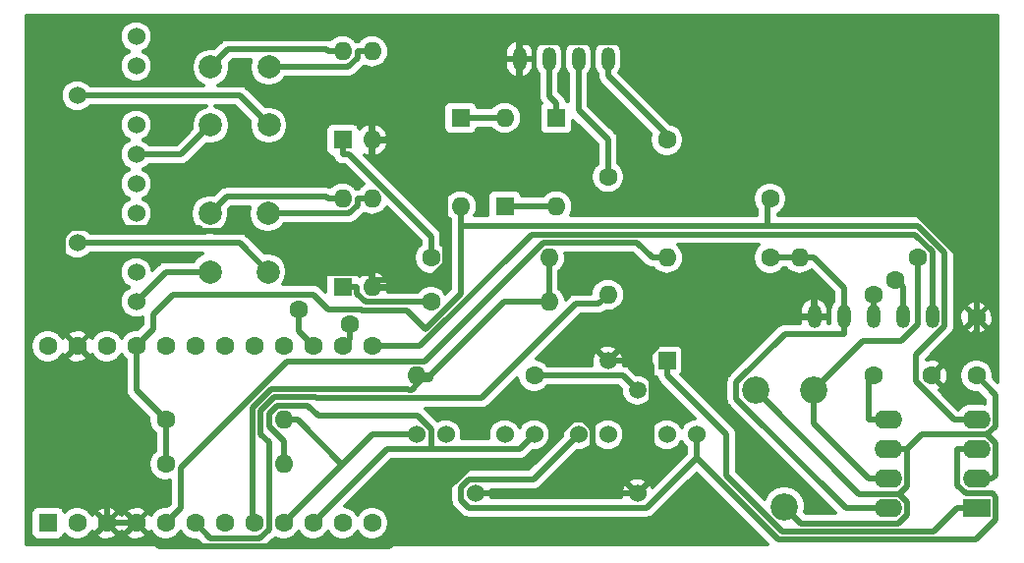
<source format=gbl>
G04 #@! TF.GenerationSoftware,KiCad,Pcbnew,5.1.2-f72e74a~84~ubuntu18.04.1*
G04 #@! TF.CreationDate,2019-05-20T21:18:26+03:00*
G04 #@! TF.ProjectId,manipulyator-v3 (2),6d616e69-7075-46c7-9961-746f722d7633,rev?*
G04 #@! TF.SameCoordinates,Original*
G04 #@! TF.FileFunction,Copper,L2,Bot*
G04 #@! TF.FilePolarity,Positive*
%FSLAX45Y45*%
G04 Gerber Fmt 4.5, Leading zero omitted, Abs format (unit mm)*
G04 Created by KiCad (PCBNEW 5.1.2-f72e74a~84~ubuntu18.04.1) date 2019-05-20 21:18:26*
%MOMM*%
%LPD*%
G04 APERTURE LIST*
%ADD10O,1.200000X2.000000*%
%ADD11R,1.600000X1.600000*%
%ADD12C,1.600000*%
%ADD13O,1.600000X1.600000*%
%ADD14C,1.524000*%
%ADD15C,2.000000*%
%ADD16C,2.340000*%
%ADD17C,1.500000*%
%ADD18R,1.500000X1.500000*%
%ADD19R,2.400000X1.600000*%
%ADD20O,2.400000X1.600000*%
%ADD21C,0.500000*%
%ADD22C,0.310000*%
G04 APERTURE END LIST*
D10*
X6921500Y2095500D03*
X7175500Y2095500D03*
X7429500Y2095500D03*
X7683500Y2095500D03*
X7937500Y2095500D03*
D11*
X317500Y317500D03*
D12*
X571500Y317500D03*
X825500Y317500D03*
X1079500Y317500D03*
X1333500Y317500D03*
X1587500Y317500D03*
X1841500Y317500D03*
X2095500Y317500D03*
X2349500Y317500D03*
X2603500Y317500D03*
X2857500Y317500D03*
X3111500Y317500D03*
X3111500Y1841500D03*
X2857500Y1841500D03*
X2603500Y1841500D03*
X2349500Y1841500D03*
X2095500Y1841500D03*
X1841500Y1841500D03*
X1587500Y1841500D03*
X1333500Y1841500D03*
X1079500Y1841500D03*
X825500Y1841500D03*
X571500Y1841500D03*
X317500Y1841500D03*
D13*
X2857500Y3111500D03*
X3111500Y2349500D03*
X3111500Y3111500D03*
D11*
X2857500Y2349500D03*
D13*
X2857500Y4381500D03*
X3111500Y3619500D03*
X3111500Y4381500D03*
D11*
X2857500Y3619500D03*
D13*
X4635500Y2222500D03*
D12*
X3619500Y2222500D03*
D13*
X4635500Y2603500D03*
D12*
X3619500Y2603500D03*
D14*
X571500Y2730500D03*
X1079500Y3238500D03*
X1079500Y2984500D03*
X1079500Y2476500D03*
X1079500Y2222500D03*
X571500Y4000500D03*
X1079500Y4508500D03*
X1079500Y4254500D03*
X1079500Y3746500D03*
X1079500Y3492500D03*
X5397500Y571500D03*
X4889500Y1079500D03*
X5143500Y1079500D03*
X5651500Y1079500D03*
X5905500Y1079500D03*
D15*
X1714500Y2484500D03*
X2214500Y2484500D03*
X2214500Y2984500D03*
X1714500Y2984500D03*
X1722500Y3746500D03*
X2222500Y3746500D03*
X2222500Y4246500D03*
X1722500Y4246500D03*
D14*
X4508500Y1079500D03*
X4254500Y1079500D03*
X3746500Y1079500D03*
X3492500Y1079500D03*
X4000500Y571500D03*
D16*
X6413500Y1460500D03*
X6663500Y460500D03*
X6913500Y1460500D03*
D13*
X2349500Y1206500D03*
D12*
X1333500Y1206500D03*
D11*
X4699000Y3810000D03*
D13*
X4699000Y3048000D03*
D10*
X4381500Y4318000D03*
X4635500Y4318000D03*
X4889500Y4318000D03*
X5143500Y4318000D03*
D12*
X7929500Y1587500D03*
X7429500Y1587500D03*
X8318500Y1587500D03*
X8318500Y2087500D03*
D11*
X3873500Y3810000D03*
D13*
X3873500Y3048000D03*
X4254500Y3810000D03*
D11*
X4254500Y3048000D03*
D17*
X5397500Y1460500D03*
X5143500Y1714500D03*
D18*
X5651500Y1714500D03*
D13*
X2349500Y825500D03*
D12*
X1333500Y825500D03*
X5143500Y3302000D03*
D13*
X5143500Y2286000D03*
X5651500Y2603500D03*
D12*
X5651500Y3619500D03*
X4508500Y1587500D03*
D13*
X3492500Y1587500D03*
D12*
X7810500Y2603500D03*
D13*
X6794500Y2603500D03*
D19*
X8318500Y444500D03*
D20*
X7556500Y1206500D03*
X8318500Y698500D03*
X7556500Y952500D03*
X8318500Y952500D03*
X7556500Y698500D03*
X8318500Y1206500D03*
X7556500Y444500D03*
D12*
X7429500Y2286000D03*
X2476500Y2159000D03*
X7620000Y2413000D03*
X2921000Y2032000D03*
X6540500Y3111500D03*
X6540500Y2603500D03*
D21*
X4699000Y3810000D02*
X4699000Y3935030D01*
X4635500Y4318000D02*
X4635500Y3998530D01*
X4635500Y3998530D02*
X4699000Y3935030D01*
X4254500Y3048000D02*
X4699000Y3048000D01*
X7429500Y2095500D02*
X7429500Y2286000D01*
X2476500Y1968500D02*
X2603500Y1841500D01*
X2476500Y2159000D02*
X2476500Y1968500D01*
X7683500Y2095500D02*
X7683500Y2349500D01*
X7683500Y2349500D02*
X7620000Y2413000D01*
X2921000Y1905000D02*
X2857500Y1841500D01*
X2921000Y2032000D02*
X2921000Y1905000D01*
X7937500Y2095500D02*
X7937500Y2656980D01*
X7937500Y2656980D02*
X7788580Y2805900D01*
X7788580Y2805900D02*
X4488250Y2805900D01*
X4488250Y2805900D02*
X3523850Y1841500D01*
X3523850Y1841500D02*
X3111500Y1841500D01*
X5143500Y3619500D02*
X5143500Y3302000D01*
X4889500Y4318000D02*
X4889500Y3873500D01*
X4889500Y3873500D02*
X5143500Y3619500D01*
X5651500Y3619500D02*
X5651500Y3664970D01*
X5651500Y3664970D02*
X5143500Y4172970D01*
X5143500Y4318000D02*
X5143500Y4172970D01*
X2349500Y825500D02*
X2349500Y1024490D01*
X2349500Y1024490D02*
X2222490Y1151500D01*
X2222490Y1151500D02*
X2222490Y1257000D01*
X2222490Y1257000D02*
X2298020Y1332530D01*
X2298020Y1332530D02*
X2558270Y1332530D01*
X2558270Y1332530D02*
X2649290Y1241510D01*
X2649290Y1241510D02*
X3507340Y1241510D01*
X3507340Y1241510D02*
X3619500Y1129350D01*
X3619500Y1129350D02*
X3619500Y955050D01*
X3619500Y955050D02*
X3241050Y955050D01*
X3241050Y955050D02*
X2603500Y317500D01*
X4508500Y1079500D02*
X4384050Y955050D01*
X4384050Y955050D02*
X3619500Y955050D01*
X2856520Y824520D02*
X3111500Y1079500D01*
X3111500Y1079500D02*
X3492500Y1079500D01*
X2349500Y317500D02*
X2856520Y824520D01*
X2856520Y824520D02*
X2474530Y1206500D01*
X2349500Y1206500D02*
X2474530Y1206500D01*
X8318500Y2087500D02*
X8318500Y2474090D01*
X8318500Y2474090D02*
X6329560Y4463030D01*
X6329560Y4463030D02*
X4381500Y4463030D01*
X5482510Y1714500D02*
X5521960Y1675050D01*
X5521960Y1675050D02*
X5521960Y695960D01*
X5521960Y695960D02*
X5397500Y571500D01*
X5143500Y1714500D02*
X5482510Y1714500D01*
X6921500Y2095500D02*
X5818330Y2095500D01*
X5818330Y2095500D02*
X5482510Y1759680D01*
X5482510Y1759680D02*
X5482510Y1714500D01*
X7929500Y1587500D02*
X8318500Y1976500D01*
X8318500Y1976500D02*
X8318500Y2087500D01*
X4381500Y4318000D02*
X4381500Y4463030D01*
X3236530Y3619500D02*
X3935030Y4318000D01*
X3935030Y4318000D02*
X4381500Y4318000D01*
X3111500Y2412020D02*
X3609720Y2412020D01*
X3609720Y2412020D02*
X3744670Y2546970D01*
X3744670Y2546970D02*
X3744670Y3111360D01*
X3744670Y3111360D02*
X3236530Y3619500D01*
X3111500Y2412020D02*
X3111500Y2474530D01*
X3111500Y2349500D02*
X3111500Y2412020D01*
X3111500Y3619500D02*
X3236530Y3619500D01*
X5010960Y571500D02*
X5397500Y571500D01*
X4000500Y571500D02*
X5010960Y571500D01*
X5010960Y571500D02*
X5010960Y1129710D01*
X5010960Y1129710D02*
X4934600Y1206070D01*
X4934600Y1206070D02*
X4843090Y1206070D01*
X4843090Y1206070D02*
X4485690Y848670D01*
X4485690Y848670D02*
X3997480Y848670D01*
X3997480Y848670D02*
X3263530Y114720D01*
X3263530Y114720D02*
X1282280Y114720D01*
X1282280Y114720D02*
X1079500Y317500D01*
X825500Y317500D02*
X825500Y1587500D01*
X825500Y1587500D02*
X571500Y1841500D01*
X1079500Y317500D02*
X825500Y317500D01*
X1644900Y2839500D02*
X2113500Y2839500D01*
X1626900Y2857500D02*
X1644900Y2839500D01*
X519124Y2857500D02*
X1626900Y2857500D01*
X450300Y2788676D02*
X519124Y2857500D01*
X571500Y1841500D02*
X450300Y1962700D01*
X450300Y1962700D02*
X450300Y2788676D01*
X2113500Y2839500D02*
X2478470Y2474530D01*
X3111500Y2474530D02*
X2478470Y2474530D01*
X2478470Y2474530D02*
X2461710Y2474530D01*
X7391470Y1206500D02*
X7391470Y1549470D01*
X7391470Y1549470D02*
X7429500Y1587500D01*
X7556500Y1206500D02*
X7391470Y1206500D01*
X7654920Y569760D02*
X7304240Y569760D01*
X7304240Y569760D02*
X6413500Y1460500D01*
X7721530Y952500D02*
X7848530Y1079500D01*
X7848530Y1079500D02*
X8409780Y1079500D01*
X7721530Y952500D02*
X7721530Y636370D01*
X7721530Y636370D02*
X7654920Y569760D01*
X6663500Y460500D02*
X6809890Y314110D01*
X6809890Y314110D02*
X7644060Y314110D01*
X7644060Y314110D02*
X7722090Y392140D01*
X7722090Y392140D02*
X7722090Y502590D01*
X7722090Y502590D02*
X7654920Y569760D01*
X8409780Y1079500D02*
X8484630Y1154350D01*
X8484630Y1154350D02*
X8484630Y1421370D01*
X8484630Y1421370D02*
X8318500Y1587500D01*
X7556500Y952500D02*
X7721530Y952500D01*
X8318500Y698500D02*
X8450730Y698500D01*
X8409780Y1079500D02*
X8483530Y1005750D01*
X8483530Y1005750D02*
X8483530Y731300D01*
X8483530Y731300D02*
X8450730Y698500D01*
X8318500Y1206500D02*
X8127950Y1206500D01*
X8127950Y1206500D02*
X7797720Y1536730D01*
X7797720Y1536730D02*
X7797720Y1766920D01*
X7797720Y1766920D02*
X8044590Y2013790D01*
X8044590Y2013790D02*
X8044590Y2648940D01*
X8044590Y2648940D02*
X7815890Y2877640D01*
X3873500Y2877640D02*
X3873500Y2295340D01*
X3873500Y2295340D02*
X3569910Y1991750D01*
X1229750Y1991750D02*
X1079500Y1841500D01*
X7175500Y1950480D02*
X7175500Y1950470D01*
X6670410Y1950470D02*
X7175500Y1950470D01*
X6249930Y1529990D02*
X6670410Y1950470D01*
X6249930Y1391570D02*
X6249930Y1529990D01*
X7197000Y444500D02*
X6249930Y1391570D01*
X7556500Y444500D02*
X7197000Y444500D01*
X7175500Y2095500D02*
X7175500Y1950480D01*
X3873500Y3048000D02*
X3873500Y2877640D01*
X7175500Y2168020D02*
X7175500Y2347530D01*
X7175500Y2347530D02*
X6919530Y2603500D01*
X7175500Y2131760D02*
X7175500Y2095500D01*
X1333500Y1206500D02*
X1333500Y825500D01*
X1333500Y1206500D02*
X1079500Y1460500D01*
X1079500Y1460500D02*
X1079500Y1841500D01*
X6794500Y2603500D02*
X6821020Y2603500D01*
X7175500Y2131760D02*
X7175500Y2168020D01*
X6857020Y2603500D02*
X6919530Y2603500D01*
X6857020Y2603500D02*
X6821020Y2603500D01*
X1229750Y1991750D02*
X1229750Y2118750D01*
X1229750Y2118750D02*
X1397000Y2286000D01*
X1397000Y2286000D02*
X2603500Y2286000D01*
X2603500Y2286000D02*
X2730500Y2159000D01*
X3019334Y2159000D02*
X3025835Y2152499D01*
X2730500Y2159000D02*
X3019334Y2159000D01*
X3409161Y2152499D02*
X3569910Y1991750D01*
X3025835Y2152499D02*
X3409161Y2152499D01*
X6520360Y3091360D02*
X6540500Y3111500D01*
X6520360Y2877640D02*
X6520360Y3091360D01*
X6520360Y2877640D02*
X3873500Y2877640D01*
X7815890Y2877640D02*
X6520360Y2877640D01*
X6540500Y2603500D02*
X6794500Y2603500D01*
X4254500Y3810000D02*
X3873500Y3810000D01*
X4508500Y1587500D02*
X5270500Y1587500D01*
X5270500Y1587500D02*
X5397500Y1460500D01*
X5651500Y1714500D02*
X5651500Y1594470D01*
X8318500Y444500D02*
X8153470Y444500D01*
X8153470Y444500D02*
X7952650Y243680D01*
X7952650Y243680D02*
X6647620Y243680D01*
X6647620Y243680D02*
X6165620Y725680D01*
X6165620Y725680D02*
X6165620Y1080350D01*
X6165620Y1080350D02*
X5651500Y1594470D01*
X4059230Y1394200D02*
X2630640Y1394200D01*
X2630640Y1394200D02*
X2622280Y1402560D01*
X2622280Y1402560D02*
X2269000Y1402560D01*
X2269000Y1402560D02*
X2152460Y1286020D01*
X2152460Y1286020D02*
X2152460Y1087450D01*
X2152460Y1087450D02*
X2222490Y1017420D01*
X2222490Y1017420D02*
X2222490Y264010D01*
X2222490Y264010D02*
X2146100Y187620D01*
X2146100Y187620D02*
X1717380Y187620D01*
X1717380Y187620D02*
X1587500Y317500D01*
X4871030Y2206000D02*
X4059230Y1394200D01*
X5063500Y2206000D02*
X4871030Y2206000D01*
X5143500Y2286000D02*
X5063500Y2206000D01*
X5651500Y2603500D02*
X5526470Y2603500D01*
X5526470Y2603500D02*
X5397090Y2732880D01*
X5397090Y2732880D02*
X4586530Y2732880D01*
X4586530Y2732880D02*
X3566230Y1712580D01*
X3566230Y1712580D02*
X2375740Y1712580D01*
X2375740Y1712580D02*
X1462460Y799300D01*
X1462460Y799300D02*
X1462460Y446460D01*
X1462460Y446460D02*
X1333500Y317500D01*
X2095500Y317500D02*
X2082430Y330570D01*
X2082430Y330570D02*
X2082430Y1315040D01*
X2082430Y1315040D02*
X2239980Y1472590D01*
X2239980Y1472590D02*
X3423550Y1472590D01*
X3423550Y1472590D02*
X3429650Y1466490D01*
X3429650Y1466490D02*
X3450350Y1466490D01*
X3450350Y1466490D02*
X3537100Y1553240D01*
X3537100Y1553240D02*
X3602900Y1553240D01*
X3602900Y1553240D02*
X3617530Y1567870D01*
X3617530Y1567870D02*
X3617530Y1587500D01*
X4510470Y2222500D02*
X4252530Y2222500D01*
X4252530Y2222500D02*
X3617530Y1587500D01*
X4635500Y2222500D02*
X4635500Y2603500D01*
X4572990Y2222500D02*
X4635500Y2222500D01*
X3555020Y1587500D02*
X3492500Y1587500D01*
X4572990Y2222500D02*
X4510470Y2222500D01*
X3555020Y1587500D02*
X3617530Y1587500D01*
X6913500Y1460500D02*
X7343900Y1890900D01*
X7343900Y1890900D02*
X7672730Y1890900D01*
X7672730Y1890900D02*
X7810500Y2028670D01*
X7810500Y2028670D02*
X7810500Y2603500D01*
X7391470Y698500D02*
X6913500Y1176470D01*
X6913500Y1176470D02*
X6913500Y1460500D01*
X7556500Y698500D02*
X7391470Y698500D01*
X1722500Y3746500D02*
X1468500Y3492500D01*
X1468500Y3492500D02*
X1079500Y3492500D01*
X2222500Y3746500D02*
X1968500Y4000500D01*
X1968500Y4000500D02*
X571500Y4000500D01*
X2986470Y4381500D02*
X2986470Y4327110D01*
X2986470Y4327110D02*
X2905860Y4246500D01*
X2905860Y4246500D02*
X2222500Y4246500D01*
X3111500Y4381500D02*
X2986470Y4381500D01*
X1722500Y4246500D02*
X1875040Y4399040D01*
X1875040Y4399040D02*
X2714930Y4399040D01*
X2714930Y4399040D02*
X2732470Y4381500D01*
X2857500Y4381500D02*
X2732470Y4381500D01*
X1079500Y2222500D02*
X1341500Y2484500D01*
X1341500Y2484500D02*
X1714500Y2484500D01*
X2214500Y2484500D02*
X1968500Y2730500D01*
X1968500Y2730500D02*
X571500Y2730500D01*
X3111500Y3111500D02*
X2986470Y3111500D01*
X2214500Y2984500D02*
X2913860Y2984500D01*
X2913860Y2984500D02*
X2986470Y3057110D01*
X2986470Y3057110D02*
X2986470Y3111500D01*
X1714500Y2984500D02*
X1859940Y3129940D01*
X1859940Y3129940D02*
X2714030Y3129940D01*
X2714030Y3129940D02*
X2732470Y3111500D01*
X2857500Y3111500D02*
X2732470Y3111500D01*
X5905500Y877790D02*
X5477980Y450270D01*
X5477980Y450270D02*
X3943530Y450270D01*
X3943530Y450270D02*
X3879250Y514550D01*
X3879250Y514550D02*
X3879250Y626650D01*
X3879250Y626650D02*
X3945340Y692740D01*
X3945340Y692740D02*
X4502740Y692740D01*
X4502740Y692740D02*
X4889500Y1079500D01*
X5905500Y1079500D02*
X5905500Y877790D01*
X5905500Y877790D02*
X6610070Y173220D01*
X6610070Y173220D02*
X8310920Y173220D01*
X8310920Y173220D02*
X8483540Y345840D01*
X8483540Y345840D02*
X8483540Y543290D01*
X8483540Y543290D02*
X8455330Y571500D01*
X8455330Y571500D02*
X8225480Y571500D01*
X8225480Y571500D02*
X8153470Y643510D01*
X8153470Y643510D02*
X8153470Y952500D01*
X8318500Y952500D02*
X8153470Y952500D01*
X2857500Y3619500D02*
X2857500Y3494470D01*
X3619500Y2603500D02*
X3619500Y2787170D01*
X3619500Y2787170D02*
X2912200Y3494470D01*
X2912200Y3494470D02*
X2857500Y3494470D01*
X2857500Y2349500D02*
X2982530Y2349500D01*
X3619500Y2222500D02*
X3054830Y2222500D01*
X3054830Y2222500D02*
X2982530Y2294800D01*
X2982530Y2294800D02*
X2982530Y2349500D01*
D22*
G36*
X8503700Y1531418D02*
G01*
X8464340Y1570778D01*
X8464800Y1573091D01*
X8464800Y1601909D01*
X8459178Y1630174D01*
X8448149Y1656799D01*
X8432139Y1680761D01*
X8411761Y1701139D01*
X8387799Y1717149D01*
X8361174Y1728178D01*
X8332909Y1733800D01*
X8304091Y1733800D01*
X8275826Y1728178D01*
X8249201Y1717149D01*
X8225239Y1701139D01*
X8204861Y1680761D01*
X8188851Y1656799D01*
X8177822Y1630174D01*
X8172200Y1601909D01*
X8172200Y1573091D01*
X8177822Y1544826D01*
X8188851Y1518201D01*
X8204861Y1494239D01*
X8225239Y1473861D01*
X8249201Y1457851D01*
X8275826Y1446822D01*
X8304091Y1441200D01*
X8332909Y1441200D01*
X8335222Y1441660D01*
X8393330Y1383552D01*
X8393330Y1348817D01*
X8387180Y1350683D01*
X8365686Y1352800D01*
X8271314Y1352800D01*
X8249820Y1350683D01*
X8222243Y1342318D01*
X8196827Y1328733D01*
X8174550Y1310450D01*
X8164889Y1298679D01*
X8003041Y1460527D01*
X8007704Y1463019D01*
X8014463Y1488536D01*
X7929500Y1573499D01*
X7928086Y1572085D01*
X7914085Y1586086D01*
X7915499Y1587500D01*
X7943501Y1587500D01*
X8028464Y1502536D01*
X8053981Y1509296D01*
X8066846Y1535084D01*
X8074433Y1562886D01*
X8076450Y1591634D01*
X8072820Y1620223D01*
X8063682Y1647555D01*
X8053981Y1665704D01*
X8028464Y1672463D01*
X7943501Y1587500D01*
X7915499Y1587500D01*
X7914085Y1588914D01*
X7928086Y1602915D01*
X7929500Y1601501D01*
X8014463Y1686464D01*
X8007704Y1711981D01*
X7981916Y1724846D01*
X7954114Y1732433D01*
X7925366Y1734450D01*
X7896777Y1730820D01*
X7889020Y1728226D01*
X7889020Y1729102D01*
X8105978Y1946060D01*
X8109461Y1948919D01*
X8120870Y1962821D01*
X8129348Y1978682D01*
X8132337Y1988536D01*
X8233536Y1988536D01*
X8240296Y1963019D01*
X8266084Y1950154D01*
X8293886Y1942567D01*
X8322634Y1940550D01*
X8351223Y1944180D01*
X8378555Y1953318D01*
X8396704Y1963019D01*
X8403464Y1988536D01*
X8318500Y2073499D01*
X8233536Y1988536D01*
X8132337Y1988536D01*
X8134569Y1995892D01*
X8134653Y1996742D01*
X8136332Y2013790D01*
X8135890Y2018274D01*
X8135890Y2083366D01*
X8171550Y2083366D01*
X8175180Y2054777D01*
X8184318Y2027445D01*
X8194019Y2009296D01*
X8219536Y2002536D01*
X8304499Y2087500D01*
X8332501Y2087500D01*
X8417464Y2002536D01*
X8442981Y2009296D01*
X8455846Y2035084D01*
X8463433Y2062886D01*
X8465450Y2091634D01*
X8461820Y2120223D01*
X8452682Y2147555D01*
X8442981Y2165704D01*
X8417464Y2172464D01*
X8332501Y2087500D01*
X8304499Y2087500D01*
X8219536Y2172464D01*
X8194019Y2165704D01*
X8181154Y2139916D01*
X8173567Y2112114D01*
X8171550Y2083366D01*
X8135890Y2083366D01*
X8135890Y2186464D01*
X8233536Y2186464D01*
X8318500Y2101501D01*
X8403464Y2186464D01*
X8396704Y2211981D01*
X8370916Y2224846D01*
X8343114Y2232433D01*
X8314366Y2234450D01*
X8285777Y2230820D01*
X8258445Y2221682D01*
X8240296Y2211981D01*
X8233536Y2186464D01*
X8135890Y2186464D01*
X8135890Y2644456D01*
X8136332Y2648940D01*
X8135540Y2656980D01*
X8134569Y2666838D01*
X8129348Y2684048D01*
X8120870Y2699909D01*
X8109461Y2713811D01*
X8105977Y2716670D01*
X7883621Y2939027D01*
X7880761Y2942511D01*
X7866859Y2953920D01*
X7850998Y2962398D01*
X7833788Y2967619D01*
X7820375Y2968940D01*
X7815890Y2969382D01*
X7811405Y2968940D01*
X6611660Y2968940D01*
X6611660Y2983094D01*
X6633761Y2997861D01*
X6654139Y3018239D01*
X6670149Y3042201D01*
X6681178Y3068826D01*
X6686800Y3097091D01*
X6686800Y3125909D01*
X6681178Y3154174D01*
X6670149Y3180799D01*
X6654139Y3204761D01*
X6633761Y3225139D01*
X6609799Y3241149D01*
X6583174Y3252178D01*
X6554909Y3257800D01*
X6526091Y3257800D01*
X6497826Y3252178D01*
X6471201Y3241149D01*
X6447239Y3225139D01*
X6426861Y3204761D01*
X6410851Y3180799D01*
X6399822Y3154174D01*
X6394200Y3125909D01*
X6394200Y3097091D01*
X6399822Y3068826D01*
X6410851Y3042201D01*
X6426861Y3018239D01*
X6429060Y3016040D01*
X6429060Y2968940D01*
X4822629Y2968940D01*
X4834818Y2991743D01*
X4843183Y3019320D01*
X4846008Y3048000D01*
X4843183Y3076680D01*
X4834818Y3104257D01*
X4821233Y3129673D01*
X4802950Y3151950D01*
X4780673Y3170232D01*
X4755257Y3183817D01*
X4727680Y3192183D01*
X4706186Y3194300D01*
X4691814Y3194300D01*
X4670320Y3192183D01*
X4642743Y3183817D01*
X4617327Y3170232D01*
X4595050Y3151950D01*
X4584668Y3139300D01*
X4400008Y3139300D01*
X4399841Y3140997D01*
X4396050Y3153495D01*
X4389893Y3165012D01*
X4381608Y3175108D01*
X4371513Y3183393D01*
X4359995Y3189549D01*
X4347497Y3193341D01*
X4334500Y3194621D01*
X4174500Y3194621D01*
X4161503Y3193341D01*
X4149005Y3189549D01*
X4137487Y3183393D01*
X4127392Y3175108D01*
X4119107Y3165012D01*
X4112950Y3153495D01*
X4109159Y3140997D01*
X4107879Y3128000D01*
X4107879Y2968940D01*
X3997129Y2968940D01*
X4009317Y2991743D01*
X4017683Y3019320D01*
X4020508Y3048000D01*
X4017683Y3076680D01*
X4009317Y3104257D01*
X3995732Y3129673D01*
X3977450Y3151950D01*
X3955173Y3170232D01*
X3929757Y3183817D01*
X3902180Y3192183D01*
X3880686Y3194300D01*
X3866314Y3194300D01*
X3844820Y3192183D01*
X3817243Y3183817D01*
X3791827Y3170232D01*
X3769550Y3151950D01*
X3751267Y3129673D01*
X3737682Y3104257D01*
X3729317Y3076680D01*
X3726492Y3048000D01*
X3729317Y3019320D01*
X3737682Y2991743D01*
X3751267Y2966327D01*
X3769550Y2944050D01*
X3782200Y2933668D01*
X3782200Y2882126D01*
X3781758Y2877640D01*
X3782200Y2873155D01*
X3782200Y2333158D01*
X3745822Y2296779D01*
X3733139Y2315761D01*
X3712761Y2336139D01*
X3688799Y2352149D01*
X3662174Y2363178D01*
X3633909Y2368800D01*
X3605091Y2368800D01*
X3576826Y2363178D01*
X3550201Y2352149D01*
X3526239Y2336139D01*
X3505861Y2315761D01*
X3504551Y2313800D01*
X3253086Y2313800D01*
X3254119Y2316888D01*
X3240890Y2339600D01*
X3121400Y2339600D01*
X3121400Y2337600D01*
X3101600Y2337600D01*
X3101600Y2339600D01*
X3099600Y2339600D01*
X3099600Y2359400D01*
X3101600Y2359400D01*
X3101600Y2478847D01*
X3121400Y2478847D01*
X3121400Y2359400D01*
X3240890Y2359400D01*
X3254119Y2382112D01*
X3245016Y2409309D01*
X3230783Y2434208D01*
X3211965Y2455851D01*
X3189287Y2473407D01*
X3163619Y2486202D01*
X3144112Y2492119D01*
X3121400Y2478847D01*
X3101600Y2478847D01*
X3078888Y2492119D01*
X3059381Y2486202D01*
X3033713Y2473407D01*
X3011035Y2455851D01*
X3001957Y2445410D01*
X2999049Y2454995D01*
X2992893Y2466513D01*
X2984608Y2476608D01*
X2974512Y2484893D01*
X2962995Y2491050D01*
X2950497Y2494841D01*
X2937500Y2496121D01*
X2777500Y2496121D01*
X2764503Y2494841D01*
X2752005Y2491050D01*
X2740488Y2484893D01*
X2730392Y2476608D01*
X2722107Y2466513D01*
X2715951Y2454995D01*
X2712159Y2442497D01*
X2710879Y2429500D01*
X2710879Y2307738D01*
X2671231Y2347387D01*
X2668371Y2350871D01*
X2654469Y2362280D01*
X2638608Y2370758D01*
X2621398Y2375979D01*
X2607985Y2377300D01*
X2603500Y2377742D01*
X2599015Y2377300D01*
X2342484Y2377300D01*
X2343674Y2378490D01*
X2361873Y2405727D01*
X2374409Y2435992D01*
X2380800Y2468121D01*
X2380800Y2500879D01*
X2374409Y2533008D01*
X2361873Y2563273D01*
X2343674Y2590510D01*
X2320510Y2613674D01*
X2293273Y2631873D01*
X2263008Y2644409D01*
X2230879Y2650800D01*
X2198121Y2650800D01*
X2180769Y2647349D01*
X2036231Y2791887D01*
X2033371Y2795371D01*
X2019469Y2806780D01*
X2003608Y2815258D01*
X1986398Y2820479D01*
X1972985Y2821800D01*
X1968500Y2822242D01*
X1964015Y2821800D01*
X1748978Y2821800D01*
X1763008Y2824591D01*
X1793273Y2837127D01*
X1820510Y2855326D01*
X1843674Y2878490D01*
X1861873Y2905727D01*
X1874409Y2935992D01*
X1880800Y2968121D01*
X1880800Y3000879D01*
X1877348Y3018231D01*
X1897758Y3038640D01*
X2056924Y3038640D01*
X2054591Y3033008D01*
X2048200Y3000879D01*
X2048200Y2968121D01*
X2054591Y2935992D01*
X2067127Y2905727D01*
X2085326Y2878490D01*
X2108490Y2855326D01*
X2135727Y2837127D01*
X2165992Y2824591D01*
X2198121Y2818200D01*
X2230879Y2818200D01*
X2263008Y2824591D01*
X2293273Y2837127D01*
X2320510Y2855326D01*
X2343674Y2878490D01*
X2353503Y2893200D01*
X2909375Y2893200D01*
X2913860Y2892758D01*
X2918345Y2893200D01*
X2931758Y2894521D01*
X2948968Y2899742D01*
X2964829Y2908220D01*
X2978731Y2919629D01*
X2981591Y2923113D01*
X3041504Y2983026D01*
X3055243Y2975682D01*
X3082820Y2967317D01*
X3104314Y2965200D01*
X3118686Y2965200D01*
X3140180Y2967317D01*
X3167757Y2975682D01*
X3193173Y2989267D01*
X3215450Y3007550D01*
X3233732Y3029827D01*
X3238607Y3038946D01*
X3528200Y2749352D01*
X3528200Y2718449D01*
X3526239Y2717139D01*
X3505861Y2696761D01*
X3489851Y2672799D01*
X3478822Y2646174D01*
X3473200Y2617909D01*
X3473200Y2589091D01*
X3478822Y2560826D01*
X3489851Y2534201D01*
X3505861Y2510239D01*
X3526239Y2489861D01*
X3550201Y2473851D01*
X3576826Y2462822D01*
X3605091Y2457200D01*
X3633909Y2457200D01*
X3662174Y2462822D01*
X3688799Y2473851D01*
X3712761Y2489861D01*
X3733139Y2510239D01*
X3749149Y2534201D01*
X3760178Y2560826D01*
X3765800Y2589091D01*
X3765800Y2617909D01*
X3760178Y2646174D01*
X3749149Y2672799D01*
X3733139Y2696761D01*
X3712761Y2717139D01*
X3710800Y2718449D01*
X3710800Y2782685D01*
X3711242Y2787170D01*
X3709479Y2805068D01*
X3704258Y2822278D01*
X3695780Y2838139D01*
X3692175Y2842532D01*
X3684371Y2852041D01*
X3680888Y2854900D01*
X3046637Y3489151D01*
X3059381Y3482798D01*
X3078888Y3476881D01*
X3101600Y3490153D01*
X3101600Y3609600D01*
X3121400Y3609600D01*
X3121400Y3490153D01*
X3144112Y3476881D01*
X3163619Y3482798D01*
X3189287Y3495593D01*
X3211965Y3513149D01*
X3230783Y3534792D01*
X3245016Y3559691D01*
X3254119Y3586888D01*
X3240890Y3609600D01*
X3121400Y3609600D01*
X3101600Y3609600D01*
X3099600Y3609600D01*
X3099600Y3629400D01*
X3101600Y3629400D01*
X3101600Y3748847D01*
X3121400Y3748847D01*
X3121400Y3629400D01*
X3240890Y3629400D01*
X3254119Y3652112D01*
X3245016Y3679309D01*
X3230783Y3704208D01*
X3211965Y3725851D01*
X3189287Y3743407D01*
X3163619Y3756202D01*
X3144112Y3762119D01*
X3121400Y3748847D01*
X3101600Y3748847D01*
X3078888Y3762119D01*
X3059381Y3756202D01*
X3033713Y3743407D01*
X3011035Y3725851D01*
X3001957Y3715410D01*
X2999049Y3724995D01*
X2992893Y3736512D01*
X2984608Y3746608D01*
X2974512Y3754893D01*
X2962995Y3761049D01*
X2950497Y3764841D01*
X2937500Y3766121D01*
X2777500Y3766121D01*
X2764503Y3764841D01*
X2752005Y3761049D01*
X2740488Y3754893D01*
X2730392Y3746608D01*
X2722107Y3736512D01*
X2715951Y3724995D01*
X2712159Y3712497D01*
X2710879Y3699500D01*
X2710879Y3539500D01*
X2712159Y3526503D01*
X2715951Y3514005D01*
X2722107Y3502487D01*
X2730392Y3492392D01*
X2740488Y3484107D01*
X2752005Y3477950D01*
X2764503Y3474159D01*
X2768369Y3473779D01*
X2772742Y3459362D01*
X2781220Y3443501D01*
X2792629Y3429599D01*
X2806531Y3418190D01*
X2822392Y3409712D01*
X2839602Y3404491D01*
X2853015Y3403170D01*
X2857500Y3402728D01*
X2861985Y3403170D01*
X2874382Y3403170D01*
X3038946Y3238607D01*
X3029827Y3233732D01*
X3007550Y3215450D01*
X2997168Y3202800D01*
X2990955Y3202800D01*
X2986470Y3203242D01*
X2981985Y3202800D01*
X2972591Y3201875D01*
X2961450Y3215450D01*
X2939173Y3233732D01*
X2913757Y3247317D01*
X2886180Y3255683D01*
X2864686Y3257800D01*
X2850314Y3257800D01*
X2828820Y3255683D01*
X2801243Y3247317D01*
X2775827Y3233732D01*
X2753550Y3215450D01*
X2751776Y3213288D01*
X2749138Y3214698D01*
X2731928Y3219919D01*
X2718515Y3221240D01*
X2714030Y3221682D01*
X2709545Y3221240D01*
X1864424Y3221240D01*
X1859940Y3221682D01*
X1855456Y3221240D01*
X1855455Y3221240D01*
X1842042Y3219919D01*
X1824832Y3214698D01*
X1808971Y3206220D01*
X1795069Y3194811D01*
X1792210Y3191327D01*
X1748231Y3147348D01*
X1730879Y3150800D01*
X1698121Y3150800D01*
X1665992Y3144409D01*
X1635727Y3131873D01*
X1608490Y3113674D01*
X1585326Y3090510D01*
X1567127Y3063273D01*
X1554591Y3033008D01*
X1548200Y3000879D01*
X1548200Y2968121D01*
X1554591Y2935992D01*
X1567127Y2905727D01*
X1585326Y2878490D01*
X1608490Y2855326D01*
X1635727Y2837127D01*
X1665992Y2824591D01*
X1680022Y2821800D01*
X681726Y2821800D01*
X662339Y2841187D01*
X638999Y2856782D01*
X613066Y2867524D01*
X585535Y2873000D01*
X557465Y2873000D01*
X529934Y2867524D01*
X504001Y2856782D01*
X480661Y2841187D01*
X460813Y2821338D01*
X445218Y2797999D01*
X434476Y2772066D01*
X429000Y2744535D01*
X429000Y2716465D01*
X434476Y2688934D01*
X445218Y2663001D01*
X460813Y2639662D01*
X480661Y2619813D01*
X504001Y2604218D01*
X529934Y2593476D01*
X557465Y2588000D01*
X585535Y2588000D01*
X613066Y2593476D01*
X638999Y2604218D01*
X662339Y2619813D01*
X681726Y2639200D01*
X1653416Y2639200D01*
X1635727Y2631873D01*
X1608490Y2613674D01*
X1585326Y2590510D01*
X1575497Y2575800D01*
X1345985Y2575800D01*
X1341500Y2576242D01*
X1323602Y2574479D01*
X1306392Y2569258D01*
X1290616Y2560826D01*
X1290531Y2560780D01*
X1276629Y2549371D01*
X1273770Y2545888D01*
X1221406Y2493523D01*
X1216524Y2518066D01*
X1205782Y2543999D01*
X1190187Y2567339D01*
X1170339Y2587187D01*
X1146999Y2602782D01*
X1121066Y2613524D01*
X1093535Y2619000D01*
X1065465Y2619000D01*
X1037934Y2613524D01*
X1012001Y2602782D01*
X988661Y2587187D01*
X968813Y2567339D01*
X953218Y2543999D01*
X942476Y2518066D01*
X937000Y2490535D01*
X937000Y2462465D01*
X942476Y2434934D01*
X953218Y2409001D01*
X968813Y2385662D01*
X988661Y2365813D01*
X1012001Y2350218D01*
X1013735Y2349500D01*
X1012001Y2348782D01*
X988661Y2333187D01*
X968813Y2313339D01*
X953218Y2289999D01*
X942476Y2264066D01*
X937000Y2236535D01*
X937000Y2208465D01*
X942476Y2180934D01*
X953218Y2155001D01*
X968813Y2131662D01*
X988661Y2111813D01*
X1012001Y2096218D01*
X1037934Y2085476D01*
X1065465Y2080000D01*
X1093535Y2080000D01*
X1121066Y2085476D01*
X1138450Y2092677D01*
X1138450Y2029568D01*
X1096222Y1987340D01*
X1093909Y1987800D01*
X1065091Y1987800D01*
X1036826Y1982178D01*
X1010201Y1971149D01*
X986239Y1955139D01*
X965861Y1934761D01*
X952500Y1914764D01*
X939139Y1934761D01*
X918761Y1955139D01*
X894799Y1971149D01*
X868174Y1982178D01*
X839909Y1987800D01*
X811091Y1987800D01*
X782826Y1982178D01*
X756201Y1971149D01*
X732239Y1955139D01*
X711861Y1934761D01*
X698567Y1914865D01*
X695981Y1919704D01*
X670464Y1926463D01*
X585501Y1841500D01*
X670464Y1756536D01*
X695981Y1763296D01*
X698469Y1768283D01*
X711861Y1748239D01*
X732239Y1727861D01*
X756201Y1711851D01*
X782826Y1700822D01*
X811091Y1695200D01*
X839909Y1695200D01*
X868174Y1700822D01*
X894799Y1711851D01*
X918761Y1727861D01*
X939139Y1748239D01*
X952500Y1768236D01*
X965861Y1748239D01*
X986239Y1727861D01*
X988200Y1726551D01*
X988200Y1464985D01*
X987758Y1460500D01*
X988200Y1456015D01*
X989521Y1442602D01*
X994742Y1425392D01*
X1003220Y1409531D01*
X1014629Y1395629D01*
X1018113Y1392769D01*
X1187660Y1223222D01*
X1187200Y1220909D01*
X1187200Y1192091D01*
X1192822Y1163826D01*
X1203851Y1137201D01*
X1219861Y1113239D01*
X1240239Y1092861D01*
X1242200Y1091551D01*
X1242200Y940449D01*
X1240239Y939139D01*
X1219861Y918761D01*
X1203851Y894799D01*
X1192822Y868174D01*
X1187200Y839909D01*
X1187200Y811091D01*
X1192822Y782826D01*
X1203851Y756201D01*
X1219861Y732239D01*
X1240239Y711861D01*
X1264201Y695851D01*
X1290826Y684822D01*
X1319091Y679200D01*
X1347909Y679200D01*
X1371160Y683825D01*
X1371160Y484278D01*
X1350222Y463340D01*
X1347909Y463800D01*
X1319091Y463800D01*
X1290826Y458178D01*
X1264201Y447149D01*
X1240239Y431139D01*
X1219861Y410761D01*
X1206567Y390865D01*
X1203981Y395704D01*
X1178464Y402463D01*
X1093501Y317500D01*
X1178464Y232536D01*
X1203981Y239296D01*
X1206469Y244283D01*
X1219861Y224239D01*
X1240239Y203861D01*
X1264201Y187851D01*
X1290826Y176822D01*
X1319091Y171200D01*
X1347909Y171200D01*
X1376174Y176822D01*
X1402799Y187851D01*
X1426761Y203861D01*
X1447139Y224239D01*
X1460500Y244236D01*
X1473861Y224239D01*
X1494239Y203861D01*
X1518201Y187851D01*
X1544826Y176822D01*
X1573091Y171200D01*
X1601909Y171200D01*
X1604222Y171660D01*
X1643582Y132300D01*
X132300Y132300D01*
X132300Y397500D01*
X170879Y397500D01*
X170879Y237500D01*
X172159Y224503D01*
X175950Y212005D01*
X182107Y200487D01*
X190392Y190392D01*
X200487Y182107D01*
X212005Y175950D01*
X224503Y172159D01*
X237500Y170879D01*
X397500Y170879D01*
X410497Y172159D01*
X422995Y175950D01*
X434512Y182107D01*
X444608Y190392D01*
X452893Y200487D01*
X459049Y212005D01*
X461620Y220480D01*
X478239Y203861D01*
X502201Y187851D01*
X528826Y176822D01*
X557091Y171200D01*
X585909Y171200D01*
X614174Y176822D01*
X640799Y187851D01*
X664761Y203861D01*
X679435Y218536D01*
X740536Y218536D01*
X747296Y193019D01*
X773084Y180154D01*
X800886Y172567D01*
X829634Y170550D01*
X858223Y174180D01*
X885555Y183318D01*
X903704Y193019D01*
X910463Y218536D01*
X994536Y218536D01*
X1001296Y193019D01*
X1027084Y180154D01*
X1054886Y172567D01*
X1083634Y170550D01*
X1112223Y174180D01*
X1139555Y183318D01*
X1157704Y193019D01*
X1164464Y218536D01*
X1079500Y303499D01*
X994536Y218536D01*
X910463Y218536D01*
X825500Y303499D01*
X740536Y218536D01*
X679435Y218536D01*
X685139Y224239D01*
X698433Y244135D01*
X701019Y239296D01*
X726536Y232536D01*
X811499Y317500D01*
X839501Y317500D01*
X924464Y232536D01*
X949981Y239296D01*
X952413Y244171D01*
X955019Y239296D01*
X980536Y232536D01*
X1065499Y317500D01*
X980536Y402463D01*
X955019Y395704D01*
X952587Y390828D01*
X949981Y395704D01*
X924464Y402463D01*
X839501Y317500D01*
X811499Y317500D01*
X726536Y402463D01*
X701019Y395704D01*
X698531Y390717D01*
X685139Y410761D01*
X679435Y416464D01*
X740536Y416464D01*
X825500Y331501D01*
X910463Y416464D01*
X994536Y416464D01*
X1079500Y331501D01*
X1164464Y416464D01*
X1157704Y441981D01*
X1131916Y454846D01*
X1104114Y462433D01*
X1075366Y464450D01*
X1046777Y460820D01*
X1019445Y451682D01*
X1001296Y441981D01*
X994536Y416464D01*
X910463Y416464D01*
X903704Y441981D01*
X877916Y454846D01*
X850114Y462433D01*
X821366Y464450D01*
X792777Y460820D01*
X765445Y451682D01*
X747296Y441981D01*
X740536Y416464D01*
X679435Y416464D01*
X664761Y431139D01*
X640799Y447149D01*
X614174Y458178D01*
X585909Y463800D01*
X557091Y463800D01*
X528826Y458178D01*
X502201Y447149D01*
X478239Y431139D01*
X461620Y414520D01*
X459049Y422995D01*
X452893Y434512D01*
X444608Y444608D01*
X434512Y452893D01*
X422995Y459049D01*
X410497Y462841D01*
X397500Y464121D01*
X237500Y464121D01*
X224503Y462841D01*
X212005Y459049D01*
X200487Y452893D01*
X190392Y444608D01*
X182107Y434512D01*
X175950Y422995D01*
X172159Y410497D01*
X170879Y397500D01*
X132300Y397500D01*
X132300Y1855909D01*
X171200Y1855909D01*
X171200Y1827091D01*
X176822Y1798826D01*
X187851Y1772201D01*
X203861Y1748239D01*
X224239Y1727861D01*
X248201Y1711851D01*
X274826Y1700822D01*
X303091Y1695200D01*
X331909Y1695200D01*
X360174Y1700822D01*
X386799Y1711851D01*
X410761Y1727861D01*
X425435Y1742536D01*
X486536Y1742536D01*
X493296Y1717019D01*
X519084Y1704154D01*
X546886Y1696567D01*
X575634Y1694550D01*
X604223Y1698180D01*
X631555Y1707318D01*
X649704Y1717019D01*
X656464Y1742536D01*
X571500Y1827499D01*
X486536Y1742536D01*
X425435Y1742536D01*
X431139Y1748239D01*
X444433Y1768135D01*
X447019Y1763296D01*
X472536Y1756536D01*
X557499Y1841500D01*
X472536Y1926463D01*
X447019Y1919704D01*
X444531Y1914717D01*
X431139Y1934761D01*
X425435Y1940464D01*
X486536Y1940464D01*
X571500Y1855501D01*
X656464Y1940464D01*
X649704Y1965981D01*
X623916Y1978846D01*
X596114Y1986433D01*
X567366Y1988450D01*
X538777Y1984820D01*
X511445Y1975682D01*
X493296Y1965981D01*
X486536Y1940464D01*
X425435Y1940464D01*
X410761Y1955139D01*
X386799Y1971149D01*
X360174Y1982178D01*
X331909Y1987800D01*
X303091Y1987800D01*
X274826Y1982178D01*
X248201Y1971149D01*
X224239Y1955139D01*
X203861Y1934761D01*
X187851Y1910799D01*
X176822Y1884174D01*
X171200Y1855909D01*
X132300Y1855909D01*
X132300Y4014535D01*
X429000Y4014535D01*
X429000Y3986465D01*
X434476Y3958934D01*
X445218Y3933001D01*
X460813Y3909661D01*
X480661Y3889813D01*
X504001Y3874218D01*
X529934Y3863476D01*
X557465Y3858000D01*
X585535Y3858000D01*
X613066Y3863476D01*
X638999Y3874218D01*
X662339Y3889813D01*
X681726Y3909200D01*
X1688022Y3909200D01*
X1673992Y3906409D01*
X1643727Y3893873D01*
X1616490Y3875674D01*
X1593326Y3852510D01*
X1575127Y3825273D01*
X1562591Y3795008D01*
X1556200Y3762879D01*
X1556200Y3730121D01*
X1559651Y3712769D01*
X1430682Y3583800D01*
X1189726Y3583800D01*
X1170339Y3603187D01*
X1146999Y3618782D01*
X1145265Y3619500D01*
X1146999Y3620218D01*
X1170339Y3635813D01*
X1190187Y3655661D01*
X1205782Y3679001D01*
X1216524Y3704934D01*
X1222000Y3732465D01*
X1222000Y3760535D01*
X1216524Y3788066D01*
X1205782Y3813999D01*
X1190187Y3837338D01*
X1170339Y3857187D01*
X1146999Y3872782D01*
X1121066Y3883524D01*
X1093535Y3889000D01*
X1065465Y3889000D01*
X1037934Y3883524D01*
X1012001Y3872782D01*
X988661Y3857187D01*
X968813Y3837338D01*
X953218Y3813999D01*
X942476Y3788066D01*
X937000Y3760535D01*
X937000Y3732465D01*
X942476Y3704934D01*
X953218Y3679001D01*
X968813Y3655661D01*
X988661Y3635813D01*
X1012001Y3620218D01*
X1013735Y3619500D01*
X1012001Y3618782D01*
X988661Y3603187D01*
X968813Y3583338D01*
X953218Y3559999D01*
X942476Y3534066D01*
X937000Y3506535D01*
X937000Y3478465D01*
X942476Y3450934D01*
X953218Y3425001D01*
X968813Y3401661D01*
X988661Y3381813D01*
X1012001Y3366218D01*
X1013735Y3365500D01*
X1012001Y3364782D01*
X988661Y3349187D01*
X968813Y3329338D01*
X953218Y3305999D01*
X942476Y3280066D01*
X937000Y3252535D01*
X937000Y3224465D01*
X942476Y3196934D01*
X953218Y3171001D01*
X968813Y3147661D01*
X988661Y3127813D01*
X1012001Y3112218D01*
X1013735Y3111500D01*
X1012001Y3110782D01*
X988661Y3095187D01*
X968813Y3075338D01*
X953218Y3051999D01*
X942476Y3026066D01*
X937000Y2998535D01*
X937000Y2970465D01*
X942476Y2942934D01*
X953218Y2917001D01*
X968813Y2893661D01*
X988661Y2873813D01*
X1012001Y2858218D01*
X1037934Y2847476D01*
X1065465Y2842000D01*
X1093535Y2842000D01*
X1121066Y2847476D01*
X1146999Y2858218D01*
X1170339Y2873813D01*
X1190187Y2893661D01*
X1205782Y2917001D01*
X1216524Y2942934D01*
X1222000Y2970465D01*
X1222000Y2998535D01*
X1216524Y3026066D01*
X1205782Y3051999D01*
X1190187Y3075338D01*
X1170339Y3095187D01*
X1146999Y3110782D01*
X1145265Y3111500D01*
X1146999Y3112218D01*
X1170339Y3127813D01*
X1190187Y3147661D01*
X1205782Y3171001D01*
X1216524Y3196934D01*
X1222000Y3224465D01*
X1222000Y3252535D01*
X1216524Y3280066D01*
X1205782Y3305999D01*
X1190187Y3329338D01*
X1170339Y3349187D01*
X1146999Y3364782D01*
X1145265Y3365500D01*
X1146999Y3366218D01*
X1170339Y3381813D01*
X1189726Y3401200D01*
X1464015Y3401200D01*
X1468500Y3400758D01*
X1472985Y3401200D01*
X1486398Y3402521D01*
X1503608Y3407742D01*
X1519469Y3416220D01*
X1533371Y3427629D01*
X1536231Y3431113D01*
X1688769Y3583651D01*
X1706121Y3580200D01*
X1738879Y3580200D01*
X1771008Y3586591D01*
X1801273Y3599127D01*
X1828510Y3617326D01*
X1851674Y3640490D01*
X1869873Y3667727D01*
X1882409Y3697992D01*
X1888800Y3730121D01*
X1888800Y3762879D01*
X1882409Y3795008D01*
X1869873Y3825273D01*
X1851674Y3852510D01*
X1828510Y3875674D01*
X1801273Y3893873D01*
X1771008Y3906409D01*
X1756978Y3909200D01*
X1930682Y3909200D01*
X2059651Y3780231D01*
X2056200Y3762879D01*
X2056200Y3730121D01*
X2062591Y3697992D01*
X2075127Y3667727D01*
X2093326Y3640490D01*
X2116490Y3617326D01*
X2143727Y3599127D01*
X2173992Y3586591D01*
X2206121Y3580200D01*
X2238879Y3580200D01*
X2271008Y3586591D01*
X2301273Y3599127D01*
X2328510Y3617326D01*
X2351674Y3640490D01*
X2369873Y3667727D01*
X2382409Y3697992D01*
X2388800Y3730121D01*
X2388800Y3762879D01*
X2382409Y3795008D01*
X2369873Y3825273D01*
X2351674Y3852510D01*
X2328510Y3875674D01*
X2307069Y3890000D01*
X3726879Y3890000D01*
X3726879Y3730000D01*
X3728159Y3717003D01*
X3731950Y3704505D01*
X3738107Y3692987D01*
X3746392Y3682892D01*
X3756487Y3674607D01*
X3768005Y3668450D01*
X3780503Y3664659D01*
X3793500Y3663379D01*
X3953500Y3663379D01*
X3966497Y3664659D01*
X3978995Y3668450D01*
X3990512Y3674607D01*
X4000608Y3682892D01*
X4008893Y3692987D01*
X4015049Y3704505D01*
X4018841Y3717003D01*
X4019008Y3718700D01*
X4140168Y3718700D01*
X4150550Y3706050D01*
X4172827Y3687767D01*
X4198243Y3674182D01*
X4225820Y3665817D01*
X4247314Y3663700D01*
X4261686Y3663700D01*
X4283180Y3665817D01*
X4310757Y3674182D01*
X4336173Y3687767D01*
X4358450Y3706050D01*
X4376733Y3728327D01*
X4390318Y3753743D01*
X4398683Y3781320D01*
X4401508Y3810000D01*
X4398683Y3838680D01*
X4390318Y3866257D01*
X4376733Y3891673D01*
X4358450Y3913950D01*
X4336173Y3932232D01*
X4310757Y3945817D01*
X4283180Y3954183D01*
X4261686Y3956300D01*
X4247314Y3956300D01*
X4225820Y3954183D01*
X4198243Y3945817D01*
X4172827Y3932232D01*
X4150550Y3913950D01*
X4140168Y3901300D01*
X4019008Y3901300D01*
X4018841Y3902997D01*
X4015049Y3915495D01*
X4008893Y3927012D01*
X4000608Y3937108D01*
X3990512Y3945393D01*
X3978995Y3951549D01*
X3966497Y3955341D01*
X3953500Y3956621D01*
X3793500Y3956621D01*
X3780503Y3955341D01*
X3768005Y3951549D01*
X3756487Y3945393D01*
X3746392Y3937108D01*
X3738107Y3927012D01*
X3731950Y3915495D01*
X3728159Y3902997D01*
X3726879Y3890000D01*
X2307069Y3890000D01*
X2301273Y3893873D01*
X2271008Y3906409D01*
X2238879Y3912800D01*
X2206121Y3912800D01*
X2188769Y3909348D01*
X2036231Y4061887D01*
X2033371Y4065371D01*
X2019469Y4076780D01*
X2003608Y4085258D01*
X1986398Y4090479D01*
X1972985Y4091800D01*
X1968500Y4092242D01*
X1964015Y4091800D01*
X1783584Y4091800D01*
X1801273Y4099127D01*
X1828510Y4117326D01*
X1851674Y4140490D01*
X1869873Y4167727D01*
X1882409Y4197992D01*
X1888800Y4230121D01*
X1888800Y4262879D01*
X1885348Y4280231D01*
X1912858Y4307740D01*
X2067865Y4307740D01*
X2062591Y4295008D01*
X2056200Y4262879D01*
X2056200Y4230121D01*
X2062591Y4197992D01*
X2075127Y4167727D01*
X2093326Y4140490D01*
X2116490Y4117326D01*
X2143727Y4099127D01*
X2173992Y4086591D01*
X2206121Y4080200D01*
X2238879Y4080200D01*
X2271008Y4086591D01*
X2301273Y4099127D01*
X2328510Y4117326D01*
X2351674Y4140490D01*
X2361503Y4155200D01*
X2901375Y4155200D01*
X2905860Y4154758D01*
X2910345Y4155200D01*
X2923758Y4156521D01*
X2940968Y4161742D01*
X2956829Y4170220D01*
X2970731Y4181629D01*
X2973591Y4185113D01*
X3041504Y4253026D01*
X3055243Y4245683D01*
X3082820Y4237317D01*
X3104314Y4235200D01*
X3118686Y4235200D01*
X3140180Y4237317D01*
X3167757Y4245683D01*
X3193173Y4259268D01*
X3215450Y4277550D01*
X3233732Y4299827D01*
X3238155Y4308100D01*
X4255200Y4308100D01*
X4255200Y4268100D01*
X4259558Y4243650D01*
X4268603Y4220521D01*
X4281986Y4199600D01*
X4299193Y4181692D01*
X4319563Y4167485D01*
X4342314Y4157525D01*
X4352025Y4155187D01*
X4371600Y4168722D01*
X4371600Y4308100D01*
X4391400Y4308100D01*
X4391400Y4168722D01*
X4410975Y4155187D01*
X4420687Y4157525D01*
X4443437Y4167485D01*
X4463807Y4181692D01*
X4481015Y4199600D01*
X4494397Y4220521D01*
X4503442Y4243650D01*
X4507800Y4268100D01*
X4507800Y4308100D01*
X4391400Y4308100D01*
X4371600Y4308100D01*
X4255200Y4308100D01*
X3238155Y4308100D01*
X3247317Y4325243D01*
X3255683Y4352820D01*
X3257168Y4367900D01*
X4255200Y4367900D01*
X4255200Y4327900D01*
X4371600Y4327900D01*
X4371600Y4467278D01*
X4391400Y4467278D01*
X4391400Y4327900D01*
X4507800Y4327900D01*
X4507800Y4364204D01*
X4509200Y4364204D01*
X4509200Y4271796D01*
X4511028Y4253241D01*
X4518249Y4229433D01*
X4529977Y4207492D01*
X4544200Y4190162D01*
X4544200Y4003016D01*
X4543758Y3998530D01*
X4545521Y3980632D01*
X4550742Y3963422D01*
X4558167Y3949531D01*
X4559220Y3947561D01*
X4569845Y3934614D01*
X4563607Y3927012D01*
X4557451Y3915495D01*
X4553659Y3902997D01*
X4552379Y3890000D01*
X4552379Y3730000D01*
X4553659Y3717003D01*
X4557451Y3704505D01*
X4563607Y3692987D01*
X4571892Y3682892D01*
X4581988Y3674607D01*
X4593505Y3668450D01*
X4606003Y3664659D01*
X4619000Y3663379D01*
X4779000Y3663379D01*
X4791997Y3664659D01*
X4804495Y3668450D01*
X4816013Y3674607D01*
X4826108Y3682892D01*
X4834393Y3692987D01*
X4840550Y3704505D01*
X4844341Y3717003D01*
X4845621Y3730000D01*
X4845621Y3788262D01*
X5052200Y3581682D01*
X5052200Y3416949D01*
X5050239Y3415639D01*
X5029861Y3395261D01*
X5013851Y3371299D01*
X5002822Y3344674D01*
X4997200Y3316409D01*
X4997200Y3287591D01*
X5002822Y3259326D01*
X5013851Y3232701D01*
X5029861Y3208739D01*
X5050239Y3188361D01*
X5074201Y3172351D01*
X5100826Y3161322D01*
X5129091Y3155700D01*
X5157909Y3155700D01*
X5186174Y3161322D01*
X5212799Y3172351D01*
X5236761Y3188361D01*
X5257139Y3208739D01*
X5273149Y3232701D01*
X5284178Y3259326D01*
X5289800Y3287591D01*
X5289800Y3316409D01*
X5284178Y3344674D01*
X5273149Y3371299D01*
X5257139Y3395261D01*
X5236761Y3415639D01*
X5234800Y3416949D01*
X5234800Y3615016D01*
X5235242Y3619500D01*
X5234800Y3623984D01*
X5234800Y3623985D01*
X5233479Y3637398D01*
X5228258Y3654608D01*
X5219780Y3670469D01*
X5208371Y3684371D01*
X5204888Y3687230D01*
X4980800Y3911318D01*
X4980800Y4190161D01*
X4995023Y4207492D01*
X5006751Y4229433D01*
X5013973Y4253241D01*
X5015800Y4271796D01*
X5015800Y4364204D01*
X5017200Y4364204D01*
X5017200Y4271796D01*
X5019028Y4253241D01*
X5026249Y4229433D01*
X5037977Y4207492D01*
X5052200Y4190161D01*
X5052200Y4177456D01*
X5051758Y4172970D01*
X5053521Y4155072D01*
X5058742Y4137862D01*
X5064664Y4126782D01*
X5067220Y4122001D01*
X5078629Y4108099D01*
X5082113Y4105240D01*
X5515027Y3672325D01*
X5510822Y3662174D01*
X5505200Y3633909D01*
X5505200Y3605091D01*
X5510822Y3576826D01*
X5521851Y3550201D01*
X5537861Y3526239D01*
X5558239Y3505861D01*
X5582201Y3489851D01*
X5608826Y3478822D01*
X5637091Y3473200D01*
X5665909Y3473200D01*
X5694174Y3478822D01*
X5720799Y3489851D01*
X5744761Y3505861D01*
X5765139Y3526239D01*
X5781149Y3550201D01*
X5792178Y3576826D01*
X5797800Y3605091D01*
X5797800Y3633909D01*
X5792178Y3662174D01*
X5781149Y3688799D01*
X5765139Y3712761D01*
X5744761Y3733139D01*
X5720799Y3749149D01*
X5694174Y3760178D01*
X5683234Y3762354D01*
X5244097Y4201490D01*
X5249023Y4207492D01*
X5260751Y4229433D01*
X5267973Y4253241D01*
X5269800Y4271796D01*
X5269800Y4364205D01*
X5267973Y4382759D01*
X5260751Y4406567D01*
X5249023Y4428508D01*
X5233240Y4447740D01*
X5214008Y4463523D01*
X5192067Y4475251D01*
X5168259Y4482473D01*
X5143500Y4484911D01*
X5118741Y4482473D01*
X5094933Y4475251D01*
X5072992Y4463523D01*
X5053760Y4447740D01*
X5037977Y4428508D01*
X5026249Y4406567D01*
X5019028Y4382759D01*
X5017200Y4364204D01*
X5015800Y4364204D01*
X5015800Y4364205D01*
X5013973Y4382759D01*
X5006751Y4406567D01*
X4995023Y4428508D01*
X4979240Y4447740D01*
X4960008Y4463523D01*
X4938067Y4475251D01*
X4914259Y4482473D01*
X4889500Y4484911D01*
X4864741Y4482473D01*
X4840933Y4475251D01*
X4818992Y4463523D01*
X4799760Y4447740D01*
X4783977Y4428508D01*
X4772249Y4406567D01*
X4765028Y4382759D01*
X4763200Y4364204D01*
X4763200Y4271796D01*
X4765028Y4253241D01*
X4772249Y4229433D01*
X4783977Y4207492D01*
X4798200Y4190162D01*
X4798200Y3953459D01*
X4791997Y3955341D01*
X4788132Y3955721D01*
X4783758Y3970138D01*
X4775280Y3985999D01*
X4766730Y3996418D01*
X4763871Y3999901D01*
X4760388Y4002760D01*
X4726800Y4036348D01*
X4726800Y4190161D01*
X4741023Y4207492D01*
X4752751Y4229433D01*
X4759973Y4253241D01*
X4761800Y4271796D01*
X4761800Y4364205D01*
X4759973Y4382759D01*
X4752751Y4406567D01*
X4741023Y4428508D01*
X4725240Y4447740D01*
X4706008Y4463523D01*
X4684067Y4475251D01*
X4660259Y4482473D01*
X4635500Y4484911D01*
X4610741Y4482473D01*
X4586933Y4475251D01*
X4564992Y4463523D01*
X4545760Y4447740D01*
X4529977Y4428508D01*
X4518249Y4406567D01*
X4511028Y4382759D01*
X4509200Y4364204D01*
X4507800Y4364204D01*
X4507800Y4367900D01*
X4503442Y4392350D01*
X4494397Y4415479D01*
X4481015Y4436400D01*
X4463807Y4454308D01*
X4443437Y4468515D01*
X4420687Y4478475D01*
X4410975Y4480813D01*
X4391400Y4467278D01*
X4371600Y4467278D01*
X4352025Y4480813D01*
X4342314Y4478475D01*
X4319563Y4468515D01*
X4299193Y4454308D01*
X4281986Y4436400D01*
X4268603Y4415479D01*
X4259558Y4392350D01*
X4255200Y4367900D01*
X3257168Y4367900D01*
X3258508Y4381500D01*
X3255683Y4410180D01*
X3247317Y4437757D01*
X3233732Y4463173D01*
X3215450Y4485450D01*
X3193173Y4503733D01*
X3167757Y4517318D01*
X3140180Y4525683D01*
X3118686Y4527800D01*
X3104314Y4527800D01*
X3082820Y4525683D01*
X3055243Y4517318D01*
X3029827Y4503733D01*
X3007550Y4485450D01*
X2997168Y4472800D01*
X2990955Y4472800D01*
X2986470Y4473242D01*
X2981985Y4472800D01*
X2972591Y4471875D01*
X2961450Y4485450D01*
X2939173Y4503733D01*
X2913757Y4517318D01*
X2886180Y4525683D01*
X2864686Y4527800D01*
X2850314Y4527800D01*
X2828820Y4525683D01*
X2801243Y4517318D01*
X2775827Y4503733D01*
X2753550Y4485450D01*
X2751537Y4482997D01*
X2750038Y4483798D01*
X2732828Y4489019D01*
X2719415Y4490340D01*
X2714930Y4490782D01*
X2710445Y4490340D01*
X1879524Y4490340D01*
X1875040Y4490782D01*
X1870556Y4490340D01*
X1870555Y4490340D01*
X1857142Y4489019D01*
X1839932Y4483798D01*
X1824071Y4475320D01*
X1810169Y4463911D01*
X1807310Y4460428D01*
X1756231Y4409349D01*
X1738879Y4412800D01*
X1706121Y4412800D01*
X1673992Y4406409D01*
X1643727Y4393873D01*
X1616490Y4375674D01*
X1593326Y4352510D01*
X1575127Y4325273D01*
X1562591Y4295008D01*
X1556200Y4262879D01*
X1556200Y4230121D01*
X1562591Y4197992D01*
X1575127Y4167727D01*
X1593326Y4140490D01*
X1616490Y4117326D01*
X1643727Y4099127D01*
X1661416Y4091800D01*
X681726Y4091800D01*
X662339Y4111187D01*
X638999Y4126782D01*
X613066Y4137524D01*
X585535Y4143000D01*
X557465Y4143000D01*
X529934Y4137524D01*
X504001Y4126782D01*
X480661Y4111187D01*
X460813Y4091338D01*
X445218Y4067999D01*
X434476Y4042066D01*
X429000Y4014535D01*
X132300Y4014535D01*
X132300Y4522535D01*
X937000Y4522535D01*
X937000Y4494465D01*
X942476Y4466934D01*
X953218Y4441001D01*
X968813Y4417662D01*
X988661Y4397813D01*
X1012001Y4382218D01*
X1013735Y4381500D01*
X1012001Y4380782D01*
X988661Y4365187D01*
X968813Y4345339D01*
X953218Y4321999D01*
X942476Y4296066D01*
X937000Y4268535D01*
X937000Y4240465D01*
X942476Y4212934D01*
X953218Y4187001D01*
X968813Y4163661D01*
X988661Y4143813D01*
X1012001Y4128218D01*
X1037934Y4117476D01*
X1065465Y4112000D01*
X1093535Y4112000D01*
X1121066Y4117476D01*
X1146999Y4128218D01*
X1170339Y4143813D01*
X1190187Y4163661D01*
X1205782Y4187001D01*
X1216524Y4212934D01*
X1222000Y4240465D01*
X1222000Y4268535D01*
X1216524Y4296066D01*
X1205782Y4321999D01*
X1190187Y4345339D01*
X1170339Y4365187D01*
X1146999Y4380782D01*
X1145265Y4381500D01*
X1146999Y4382218D01*
X1170339Y4397813D01*
X1190187Y4417662D01*
X1205782Y4441001D01*
X1216524Y4466934D01*
X1222000Y4494465D01*
X1222000Y4522535D01*
X1216524Y4550066D01*
X1205782Y4575999D01*
X1190187Y4599339D01*
X1170339Y4619187D01*
X1146999Y4634782D01*
X1121066Y4645524D01*
X1093535Y4651000D01*
X1065465Y4651000D01*
X1037934Y4645524D01*
X1012001Y4634782D01*
X988661Y4619187D01*
X968813Y4599339D01*
X953218Y4575999D01*
X942476Y4550066D01*
X937000Y4522535D01*
X132300Y4522535D01*
X132300Y4693700D01*
X8503700Y4693700D01*
X8503700Y1531418D01*
X8503700Y1531418D01*
G37*
X8503700Y1531418D02*
X8464340Y1570778D01*
X8464800Y1573091D01*
X8464800Y1601909D01*
X8459178Y1630174D01*
X8448149Y1656799D01*
X8432139Y1680761D01*
X8411761Y1701139D01*
X8387799Y1717149D01*
X8361174Y1728178D01*
X8332909Y1733800D01*
X8304091Y1733800D01*
X8275826Y1728178D01*
X8249201Y1717149D01*
X8225239Y1701139D01*
X8204861Y1680761D01*
X8188851Y1656799D01*
X8177822Y1630174D01*
X8172200Y1601909D01*
X8172200Y1573091D01*
X8177822Y1544826D01*
X8188851Y1518201D01*
X8204861Y1494239D01*
X8225239Y1473861D01*
X8249201Y1457851D01*
X8275826Y1446822D01*
X8304091Y1441200D01*
X8332909Y1441200D01*
X8335222Y1441660D01*
X8393330Y1383552D01*
X8393330Y1348817D01*
X8387180Y1350683D01*
X8365686Y1352800D01*
X8271314Y1352800D01*
X8249820Y1350683D01*
X8222243Y1342318D01*
X8196827Y1328733D01*
X8174550Y1310450D01*
X8164889Y1298679D01*
X8003041Y1460527D01*
X8007704Y1463019D01*
X8014463Y1488536D01*
X7929500Y1573499D01*
X7928086Y1572085D01*
X7914085Y1586086D01*
X7915499Y1587500D01*
X7943501Y1587500D01*
X8028464Y1502536D01*
X8053981Y1509296D01*
X8066846Y1535084D01*
X8074433Y1562886D01*
X8076450Y1591634D01*
X8072820Y1620223D01*
X8063682Y1647555D01*
X8053981Y1665704D01*
X8028464Y1672463D01*
X7943501Y1587500D01*
X7915499Y1587500D01*
X7914085Y1588914D01*
X7928086Y1602915D01*
X7929500Y1601501D01*
X8014463Y1686464D01*
X8007704Y1711981D01*
X7981916Y1724846D01*
X7954114Y1732433D01*
X7925366Y1734450D01*
X7896777Y1730820D01*
X7889020Y1728226D01*
X7889020Y1729102D01*
X8105978Y1946060D01*
X8109461Y1948919D01*
X8120870Y1962821D01*
X8129348Y1978682D01*
X8132337Y1988536D01*
X8233536Y1988536D01*
X8240296Y1963019D01*
X8266084Y1950154D01*
X8293886Y1942567D01*
X8322634Y1940550D01*
X8351223Y1944180D01*
X8378555Y1953318D01*
X8396704Y1963019D01*
X8403464Y1988536D01*
X8318500Y2073499D01*
X8233536Y1988536D01*
X8132337Y1988536D01*
X8134569Y1995892D01*
X8134653Y1996742D01*
X8136332Y2013790D01*
X8135890Y2018274D01*
X8135890Y2083366D01*
X8171550Y2083366D01*
X8175180Y2054777D01*
X8184318Y2027445D01*
X8194019Y2009296D01*
X8219536Y2002536D01*
X8304499Y2087500D01*
X8332501Y2087500D01*
X8417464Y2002536D01*
X8442981Y2009296D01*
X8455846Y2035084D01*
X8463433Y2062886D01*
X8465450Y2091634D01*
X8461820Y2120223D01*
X8452682Y2147555D01*
X8442981Y2165704D01*
X8417464Y2172464D01*
X8332501Y2087500D01*
X8304499Y2087500D01*
X8219536Y2172464D01*
X8194019Y2165704D01*
X8181154Y2139916D01*
X8173567Y2112114D01*
X8171550Y2083366D01*
X8135890Y2083366D01*
X8135890Y2186464D01*
X8233536Y2186464D01*
X8318500Y2101501D01*
X8403464Y2186464D01*
X8396704Y2211981D01*
X8370916Y2224846D01*
X8343114Y2232433D01*
X8314366Y2234450D01*
X8285777Y2230820D01*
X8258445Y2221682D01*
X8240296Y2211981D01*
X8233536Y2186464D01*
X8135890Y2186464D01*
X8135890Y2644456D01*
X8136332Y2648940D01*
X8135540Y2656980D01*
X8134569Y2666838D01*
X8129348Y2684048D01*
X8120870Y2699909D01*
X8109461Y2713811D01*
X8105977Y2716670D01*
X7883621Y2939027D01*
X7880761Y2942511D01*
X7866859Y2953920D01*
X7850998Y2962398D01*
X7833788Y2967619D01*
X7820375Y2968940D01*
X7815890Y2969382D01*
X7811405Y2968940D01*
X6611660Y2968940D01*
X6611660Y2983094D01*
X6633761Y2997861D01*
X6654139Y3018239D01*
X6670149Y3042201D01*
X6681178Y3068826D01*
X6686800Y3097091D01*
X6686800Y3125909D01*
X6681178Y3154174D01*
X6670149Y3180799D01*
X6654139Y3204761D01*
X6633761Y3225139D01*
X6609799Y3241149D01*
X6583174Y3252178D01*
X6554909Y3257800D01*
X6526091Y3257800D01*
X6497826Y3252178D01*
X6471201Y3241149D01*
X6447239Y3225139D01*
X6426861Y3204761D01*
X6410851Y3180799D01*
X6399822Y3154174D01*
X6394200Y3125909D01*
X6394200Y3097091D01*
X6399822Y3068826D01*
X6410851Y3042201D01*
X6426861Y3018239D01*
X6429060Y3016040D01*
X6429060Y2968940D01*
X4822629Y2968940D01*
X4834818Y2991743D01*
X4843183Y3019320D01*
X4846008Y3048000D01*
X4843183Y3076680D01*
X4834818Y3104257D01*
X4821233Y3129673D01*
X4802950Y3151950D01*
X4780673Y3170232D01*
X4755257Y3183817D01*
X4727680Y3192183D01*
X4706186Y3194300D01*
X4691814Y3194300D01*
X4670320Y3192183D01*
X4642743Y3183817D01*
X4617327Y3170232D01*
X4595050Y3151950D01*
X4584668Y3139300D01*
X4400008Y3139300D01*
X4399841Y3140997D01*
X4396050Y3153495D01*
X4389893Y3165012D01*
X4381608Y3175108D01*
X4371513Y3183393D01*
X4359995Y3189549D01*
X4347497Y3193341D01*
X4334500Y3194621D01*
X4174500Y3194621D01*
X4161503Y3193341D01*
X4149005Y3189549D01*
X4137487Y3183393D01*
X4127392Y3175108D01*
X4119107Y3165012D01*
X4112950Y3153495D01*
X4109159Y3140997D01*
X4107879Y3128000D01*
X4107879Y2968940D01*
X3997129Y2968940D01*
X4009317Y2991743D01*
X4017683Y3019320D01*
X4020508Y3048000D01*
X4017683Y3076680D01*
X4009317Y3104257D01*
X3995732Y3129673D01*
X3977450Y3151950D01*
X3955173Y3170232D01*
X3929757Y3183817D01*
X3902180Y3192183D01*
X3880686Y3194300D01*
X3866314Y3194300D01*
X3844820Y3192183D01*
X3817243Y3183817D01*
X3791827Y3170232D01*
X3769550Y3151950D01*
X3751267Y3129673D01*
X3737682Y3104257D01*
X3729317Y3076680D01*
X3726492Y3048000D01*
X3729317Y3019320D01*
X3737682Y2991743D01*
X3751267Y2966327D01*
X3769550Y2944050D01*
X3782200Y2933668D01*
X3782200Y2882126D01*
X3781758Y2877640D01*
X3782200Y2873155D01*
X3782200Y2333158D01*
X3745822Y2296779D01*
X3733139Y2315761D01*
X3712761Y2336139D01*
X3688799Y2352149D01*
X3662174Y2363178D01*
X3633909Y2368800D01*
X3605091Y2368800D01*
X3576826Y2363178D01*
X3550201Y2352149D01*
X3526239Y2336139D01*
X3505861Y2315761D01*
X3504551Y2313800D01*
X3253086Y2313800D01*
X3254119Y2316888D01*
X3240890Y2339600D01*
X3121400Y2339600D01*
X3121400Y2337600D01*
X3101600Y2337600D01*
X3101600Y2339600D01*
X3099600Y2339600D01*
X3099600Y2359400D01*
X3101600Y2359400D01*
X3101600Y2478847D01*
X3121400Y2478847D01*
X3121400Y2359400D01*
X3240890Y2359400D01*
X3254119Y2382112D01*
X3245016Y2409309D01*
X3230783Y2434208D01*
X3211965Y2455851D01*
X3189287Y2473407D01*
X3163619Y2486202D01*
X3144112Y2492119D01*
X3121400Y2478847D01*
X3101600Y2478847D01*
X3078888Y2492119D01*
X3059381Y2486202D01*
X3033713Y2473407D01*
X3011035Y2455851D01*
X3001957Y2445410D01*
X2999049Y2454995D01*
X2992893Y2466513D01*
X2984608Y2476608D01*
X2974512Y2484893D01*
X2962995Y2491050D01*
X2950497Y2494841D01*
X2937500Y2496121D01*
X2777500Y2496121D01*
X2764503Y2494841D01*
X2752005Y2491050D01*
X2740488Y2484893D01*
X2730392Y2476608D01*
X2722107Y2466513D01*
X2715951Y2454995D01*
X2712159Y2442497D01*
X2710879Y2429500D01*
X2710879Y2307738D01*
X2671231Y2347387D01*
X2668371Y2350871D01*
X2654469Y2362280D01*
X2638608Y2370758D01*
X2621398Y2375979D01*
X2607985Y2377300D01*
X2603500Y2377742D01*
X2599015Y2377300D01*
X2342484Y2377300D01*
X2343674Y2378490D01*
X2361873Y2405727D01*
X2374409Y2435992D01*
X2380800Y2468121D01*
X2380800Y2500879D01*
X2374409Y2533008D01*
X2361873Y2563273D01*
X2343674Y2590510D01*
X2320510Y2613674D01*
X2293273Y2631873D01*
X2263008Y2644409D01*
X2230879Y2650800D01*
X2198121Y2650800D01*
X2180769Y2647349D01*
X2036231Y2791887D01*
X2033371Y2795371D01*
X2019469Y2806780D01*
X2003608Y2815258D01*
X1986398Y2820479D01*
X1972985Y2821800D01*
X1968500Y2822242D01*
X1964015Y2821800D01*
X1748978Y2821800D01*
X1763008Y2824591D01*
X1793273Y2837127D01*
X1820510Y2855326D01*
X1843674Y2878490D01*
X1861873Y2905727D01*
X1874409Y2935992D01*
X1880800Y2968121D01*
X1880800Y3000879D01*
X1877348Y3018231D01*
X1897758Y3038640D01*
X2056924Y3038640D01*
X2054591Y3033008D01*
X2048200Y3000879D01*
X2048200Y2968121D01*
X2054591Y2935992D01*
X2067127Y2905727D01*
X2085326Y2878490D01*
X2108490Y2855326D01*
X2135727Y2837127D01*
X2165992Y2824591D01*
X2198121Y2818200D01*
X2230879Y2818200D01*
X2263008Y2824591D01*
X2293273Y2837127D01*
X2320510Y2855326D01*
X2343674Y2878490D01*
X2353503Y2893200D01*
X2909375Y2893200D01*
X2913860Y2892758D01*
X2918345Y2893200D01*
X2931758Y2894521D01*
X2948968Y2899742D01*
X2964829Y2908220D01*
X2978731Y2919629D01*
X2981591Y2923113D01*
X3041504Y2983026D01*
X3055243Y2975682D01*
X3082820Y2967317D01*
X3104314Y2965200D01*
X3118686Y2965200D01*
X3140180Y2967317D01*
X3167757Y2975682D01*
X3193173Y2989267D01*
X3215450Y3007550D01*
X3233732Y3029827D01*
X3238607Y3038946D01*
X3528200Y2749352D01*
X3528200Y2718449D01*
X3526239Y2717139D01*
X3505861Y2696761D01*
X3489851Y2672799D01*
X3478822Y2646174D01*
X3473200Y2617909D01*
X3473200Y2589091D01*
X3478822Y2560826D01*
X3489851Y2534201D01*
X3505861Y2510239D01*
X3526239Y2489861D01*
X3550201Y2473851D01*
X3576826Y2462822D01*
X3605091Y2457200D01*
X3633909Y2457200D01*
X3662174Y2462822D01*
X3688799Y2473851D01*
X3712761Y2489861D01*
X3733139Y2510239D01*
X3749149Y2534201D01*
X3760178Y2560826D01*
X3765800Y2589091D01*
X3765800Y2617909D01*
X3760178Y2646174D01*
X3749149Y2672799D01*
X3733139Y2696761D01*
X3712761Y2717139D01*
X3710800Y2718449D01*
X3710800Y2782685D01*
X3711242Y2787170D01*
X3709479Y2805068D01*
X3704258Y2822278D01*
X3695780Y2838139D01*
X3692175Y2842532D01*
X3684371Y2852041D01*
X3680888Y2854900D01*
X3046637Y3489151D01*
X3059381Y3482798D01*
X3078888Y3476881D01*
X3101600Y3490153D01*
X3101600Y3609600D01*
X3121400Y3609600D01*
X3121400Y3490153D01*
X3144112Y3476881D01*
X3163619Y3482798D01*
X3189287Y3495593D01*
X3211965Y3513149D01*
X3230783Y3534792D01*
X3245016Y3559691D01*
X3254119Y3586888D01*
X3240890Y3609600D01*
X3121400Y3609600D01*
X3101600Y3609600D01*
X3099600Y3609600D01*
X3099600Y3629400D01*
X3101600Y3629400D01*
X3101600Y3748847D01*
X3121400Y3748847D01*
X3121400Y3629400D01*
X3240890Y3629400D01*
X3254119Y3652112D01*
X3245016Y3679309D01*
X3230783Y3704208D01*
X3211965Y3725851D01*
X3189287Y3743407D01*
X3163619Y3756202D01*
X3144112Y3762119D01*
X3121400Y3748847D01*
X3101600Y3748847D01*
X3078888Y3762119D01*
X3059381Y3756202D01*
X3033713Y3743407D01*
X3011035Y3725851D01*
X3001957Y3715410D01*
X2999049Y3724995D01*
X2992893Y3736512D01*
X2984608Y3746608D01*
X2974512Y3754893D01*
X2962995Y3761049D01*
X2950497Y3764841D01*
X2937500Y3766121D01*
X2777500Y3766121D01*
X2764503Y3764841D01*
X2752005Y3761049D01*
X2740488Y3754893D01*
X2730392Y3746608D01*
X2722107Y3736512D01*
X2715951Y3724995D01*
X2712159Y3712497D01*
X2710879Y3699500D01*
X2710879Y3539500D01*
X2712159Y3526503D01*
X2715951Y3514005D01*
X2722107Y3502487D01*
X2730392Y3492392D01*
X2740488Y3484107D01*
X2752005Y3477950D01*
X2764503Y3474159D01*
X2768369Y3473779D01*
X2772742Y3459362D01*
X2781220Y3443501D01*
X2792629Y3429599D01*
X2806531Y3418190D01*
X2822392Y3409712D01*
X2839602Y3404491D01*
X2853015Y3403170D01*
X2857500Y3402728D01*
X2861985Y3403170D01*
X2874382Y3403170D01*
X3038946Y3238607D01*
X3029827Y3233732D01*
X3007550Y3215450D01*
X2997168Y3202800D01*
X2990955Y3202800D01*
X2986470Y3203242D01*
X2981985Y3202800D01*
X2972591Y3201875D01*
X2961450Y3215450D01*
X2939173Y3233732D01*
X2913757Y3247317D01*
X2886180Y3255683D01*
X2864686Y3257800D01*
X2850314Y3257800D01*
X2828820Y3255683D01*
X2801243Y3247317D01*
X2775827Y3233732D01*
X2753550Y3215450D01*
X2751776Y3213288D01*
X2749138Y3214698D01*
X2731928Y3219919D01*
X2718515Y3221240D01*
X2714030Y3221682D01*
X2709545Y3221240D01*
X1864424Y3221240D01*
X1859940Y3221682D01*
X1855456Y3221240D01*
X1855455Y3221240D01*
X1842042Y3219919D01*
X1824832Y3214698D01*
X1808971Y3206220D01*
X1795069Y3194811D01*
X1792210Y3191327D01*
X1748231Y3147348D01*
X1730879Y3150800D01*
X1698121Y3150800D01*
X1665992Y3144409D01*
X1635727Y3131873D01*
X1608490Y3113674D01*
X1585326Y3090510D01*
X1567127Y3063273D01*
X1554591Y3033008D01*
X1548200Y3000879D01*
X1548200Y2968121D01*
X1554591Y2935992D01*
X1567127Y2905727D01*
X1585326Y2878490D01*
X1608490Y2855326D01*
X1635727Y2837127D01*
X1665992Y2824591D01*
X1680022Y2821800D01*
X681726Y2821800D01*
X662339Y2841187D01*
X638999Y2856782D01*
X613066Y2867524D01*
X585535Y2873000D01*
X557465Y2873000D01*
X529934Y2867524D01*
X504001Y2856782D01*
X480661Y2841187D01*
X460813Y2821338D01*
X445218Y2797999D01*
X434476Y2772066D01*
X429000Y2744535D01*
X429000Y2716465D01*
X434476Y2688934D01*
X445218Y2663001D01*
X460813Y2639662D01*
X480661Y2619813D01*
X504001Y2604218D01*
X529934Y2593476D01*
X557465Y2588000D01*
X585535Y2588000D01*
X613066Y2593476D01*
X638999Y2604218D01*
X662339Y2619813D01*
X681726Y2639200D01*
X1653416Y2639200D01*
X1635727Y2631873D01*
X1608490Y2613674D01*
X1585326Y2590510D01*
X1575497Y2575800D01*
X1345985Y2575800D01*
X1341500Y2576242D01*
X1323602Y2574479D01*
X1306392Y2569258D01*
X1290616Y2560826D01*
X1290531Y2560780D01*
X1276629Y2549371D01*
X1273770Y2545888D01*
X1221406Y2493523D01*
X1216524Y2518066D01*
X1205782Y2543999D01*
X1190187Y2567339D01*
X1170339Y2587187D01*
X1146999Y2602782D01*
X1121066Y2613524D01*
X1093535Y2619000D01*
X1065465Y2619000D01*
X1037934Y2613524D01*
X1012001Y2602782D01*
X988661Y2587187D01*
X968813Y2567339D01*
X953218Y2543999D01*
X942476Y2518066D01*
X937000Y2490535D01*
X937000Y2462465D01*
X942476Y2434934D01*
X953218Y2409001D01*
X968813Y2385662D01*
X988661Y2365813D01*
X1012001Y2350218D01*
X1013735Y2349500D01*
X1012001Y2348782D01*
X988661Y2333187D01*
X968813Y2313339D01*
X953218Y2289999D01*
X942476Y2264066D01*
X937000Y2236535D01*
X937000Y2208465D01*
X942476Y2180934D01*
X953218Y2155001D01*
X968813Y2131662D01*
X988661Y2111813D01*
X1012001Y2096218D01*
X1037934Y2085476D01*
X1065465Y2080000D01*
X1093535Y2080000D01*
X1121066Y2085476D01*
X1138450Y2092677D01*
X1138450Y2029568D01*
X1096222Y1987340D01*
X1093909Y1987800D01*
X1065091Y1987800D01*
X1036826Y1982178D01*
X1010201Y1971149D01*
X986239Y1955139D01*
X965861Y1934761D01*
X952500Y1914764D01*
X939139Y1934761D01*
X918761Y1955139D01*
X894799Y1971149D01*
X868174Y1982178D01*
X839909Y1987800D01*
X811091Y1987800D01*
X782826Y1982178D01*
X756201Y1971149D01*
X732239Y1955139D01*
X711861Y1934761D01*
X698567Y1914865D01*
X695981Y1919704D01*
X670464Y1926463D01*
X585501Y1841500D01*
X670464Y1756536D01*
X695981Y1763296D01*
X698469Y1768283D01*
X711861Y1748239D01*
X732239Y1727861D01*
X756201Y1711851D01*
X782826Y1700822D01*
X811091Y1695200D01*
X839909Y1695200D01*
X868174Y1700822D01*
X894799Y1711851D01*
X918761Y1727861D01*
X939139Y1748239D01*
X952500Y1768236D01*
X965861Y1748239D01*
X986239Y1727861D01*
X988200Y1726551D01*
X988200Y1464985D01*
X987758Y1460500D01*
X988200Y1456015D01*
X989521Y1442602D01*
X994742Y1425392D01*
X1003220Y1409531D01*
X1014629Y1395629D01*
X1018113Y1392769D01*
X1187660Y1223222D01*
X1187200Y1220909D01*
X1187200Y1192091D01*
X1192822Y1163826D01*
X1203851Y1137201D01*
X1219861Y1113239D01*
X1240239Y1092861D01*
X1242200Y1091551D01*
X1242200Y940449D01*
X1240239Y939139D01*
X1219861Y918761D01*
X1203851Y894799D01*
X1192822Y868174D01*
X1187200Y839909D01*
X1187200Y811091D01*
X1192822Y782826D01*
X1203851Y756201D01*
X1219861Y732239D01*
X1240239Y711861D01*
X1264201Y695851D01*
X1290826Y684822D01*
X1319091Y679200D01*
X1347909Y679200D01*
X1371160Y683825D01*
X1371160Y484278D01*
X1350222Y463340D01*
X1347909Y463800D01*
X1319091Y463800D01*
X1290826Y458178D01*
X1264201Y447149D01*
X1240239Y431139D01*
X1219861Y410761D01*
X1206567Y390865D01*
X1203981Y395704D01*
X1178464Y402463D01*
X1093501Y317500D01*
X1178464Y232536D01*
X1203981Y239296D01*
X1206469Y244283D01*
X1219861Y224239D01*
X1240239Y203861D01*
X1264201Y187851D01*
X1290826Y176822D01*
X1319091Y171200D01*
X1347909Y171200D01*
X1376174Y176822D01*
X1402799Y187851D01*
X1426761Y203861D01*
X1447139Y224239D01*
X1460500Y244236D01*
X1473861Y224239D01*
X1494239Y203861D01*
X1518201Y187851D01*
X1544826Y176822D01*
X1573091Y171200D01*
X1601909Y171200D01*
X1604222Y171660D01*
X1643582Y132300D01*
X132300Y132300D01*
X132300Y397500D01*
X170879Y397500D01*
X170879Y237500D01*
X172159Y224503D01*
X175950Y212005D01*
X182107Y200487D01*
X190392Y190392D01*
X200487Y182107D01*
X212005Y175950D01*
X224503Y172159D01*
X237500Y170879D01*
X397500Y170879D01*
X410497Y172159D01*
X422995Y175950D01*
X434512Y182107D01*
X444608Y190392D01*
X452893Y200487D01*
X459049Y212005D01*
X461620Y220480D01*
X478239Y203861D01*
X502201Y187851D01*
X528826Y176822D01*
X557091Y171200D01*
X585909Y171200D01*
X614174Y176822D01*
X640799Y187851D01*
X664761Y203861D01*
X679435Y218536D01*
X740536Y218536D01*
X747296Y193019D01*
X773084Y180154D01*
X800886Y172567D01*
X829634Y170550D01*
X858223Y174180D01*
X885555Y183318D01*
X903704Y193019D01*
X910463Y218536D01*
X994536Y218536D01*
X1001296Y193019D01*
X1027084Y180154D01*
X1054886Y172567D01*
X1083634Y170550D01*
X1112223Y174180D01*
X1139555Y183318D01*
X1157704Y193019D01*
X1164464Y218536D01*
X1079500Y303499D01*
X994536Y218536D01*
X910463Y218536D01*
X825500Y303499D01*
X740536Y218536D01*
X679435Y218536D01*
X685139Y224239D01*
X698433Y244135D01*
X701019Y239296D01*
X726536Y232536D01*
X811499Y317500D01*
X839501Y317500D01*
X924464Y232536D01*
X949981Y239296D01*
X952413Y244171D01*
X955019Y239296D01*
X980536Y232536D01*
X1065499Y317500D01*
X980536Y402463D01*
X955019Y395704D01*
X952587Y390828D01*
X949981Y395704D01*
X924464Y402463D01*
X839501Y317500D01*
X811499Y317500D01*
X726536Y402463D01*
X701019Y395704D01*
X698531Y390717D01*
X685139Y410761D01*
X679435Y416464D01*
X740536Y416464D01*
X825500Y331501D01*
X910463Y416464D01*
X994536Y416464D01*
X1079500Y331501D01*
X1164464Y416464D01*
X1157704Y441981D01*
X1131916Y454846D01*
X1104114Y462433D01*
X1075366Y464450D01*
X1046777Y460820D01*
X1019445Y451682D01*
X1001296Y441981D01*
X994536Y416464D01*
X910463Y416464D01*
X903704Y441981D01*
X877916Y454846D01*
X850114Y462433D01*
X821366Y464450D01*
X792777Y460820D01*
X765445Y451682D01*
X747296Y441981D01*
X740536Y416464D01*
X679435Y416464D01*
X664761Y431139D01*
X640799Y447149D01*
X614174Y458178D01*
X585909Y463800D01*
X557091Y463800D01*
X528826Y458178D01*
X502201Y447149D01*
X478239Y431139D01*
X461620Y414520D01*
X459049Y422995D01*
X452893Y434512D01*
X444608Y444608D01*
X434512Y452893D01*
X422995Y459049D01*
X410497Y462841D01*
X397500Y464121D01*
X237500Y464121D01*
X224503Y462841D01*
X212005Y459049D01*
X200487Y452893D01*
X190392Y444608D01*
X182107Y434512D01*
X175950Y422995D01*
X172159Y410497D01*
X170879Y397500D01*
X132300Y397500D01*
X132300Y1855909D01*
X171200Y1855909D01*
X171200Y1827091D01*
X176822Y1798826D01*
X187851Y1772201D01*
X203861Y1748239D01*
X224239Y1727861D01*
X248201Y1711851D01*
X274826Y1700822D01*
X303091Y1695200D01*
X331909Y1695200D01*
X360174Y1700822D01*
X386799Y1711851D01*
X410761Y1727861D01*
X425435Y1742536D01*
X486536Y1742536D01*
X493296Y1717019D01*
X519084Y1704154D01*
X546886Y1696567D01*
X575634Y1694550D01*
X604223Y1698180D01*
X631555Y1707318D01*
X649704Y1717019D01*
X656464Y1742536D01*
X571500Y1827499D01*
X486536Y1742536D01*
X425435Y1742536D01*
X431139Y1748239D01*
X444433Y1768135D01*
X447019Y1763296D01*
X472536Y1756536D01*
X557499Y1841500D01*
X472536Y1926463D01*
X447019Y1919704D01*
X444531Y1914717D01*
X431139Y1934761D01*
X425435Y1940464D01*
X486536Y1940464D01*
X571500Y1855501D01*
X656464Y1940464D01*
X649704Y1965981D01*
X623916Y1978846D01*
X596114Y1986433D01*
X567366Y1988450D01*
X538777Y1984820D01*
X511445Y1975682D01*
X493296Y1965981D01*
X486536Y1940464D01*
X425435Y1940464D01*
X410761Y1955139D01*
X386799Y1971149D01*
X360174Y1982178D01*
X331909Y1987800D01*
X303091Y1987800D01*
X274826Y1982178D01*
X248201Y1971149D01*
X224239Y1955139D01*
X203861Y1934761D01*
X187851Y1910799D01*
X176822Y1884174D01*
X171200Y1855909D01*
X132300Y1855909D01*
X132300Y4014535D01*
X429000Y4014535D01*
X429000Y3986465D01*
X434476Y3958934D01*
X445218Y3933001D01*
X460813Y3909661D01*
X480661Y3889813D01*
X504001Y3874218D01*
X529934Y3863476D01*
X557465Y3858000D01*
X585535Y3858000D01*
X613066Y3863476D01*
X638999Y3874218D01*
X662339Y3889813D01*
X681726Y3909200D01*
X1688022Y3909200D01*
X1673992Y3906409D01*
X1643727Y3893873D01*
X1616490Y3875674D01*
X1593326Y3852510D01*
X1575127Y3825273D01*
X1562591Y3795008D01*
X1556200Y3762879D01*
X1556200Y3730121D01*
X1559651Y3712769D01*
X1430682Y3583800D01*
X1189726Y3583800D01*
X1170339Y3603187D01*
X1146999Y3618782D01*
X1145265Y3619500D01*
X1146999Y3620218D01*
X1170339Y3635813D01*
X1190187Y3655661D01*
X1205782Y3679001D01*
X1216524Y3704934D01*
X1222000Y3732465D01*
X1222000Y3760535D01*
X1216524Y3788066D01*
X1205782Y3813999D01*
X1190187Y3837338D01*
X1170339Y3857187D01*
X1146999Y3872782D01*
X1121066Y3883524D01*
X1093535Y3889000D01*
X1065465Y3889000D01*
X1037934Y3883524D01*
X1012001Y3872782D01*
X988661Y3857187D01*
X968813Y3837338D01*
X953218Y3813999D01*
X942476Y3788066D01*
X937000Y3760535D01*
X937000Y3732465D01*
X942476Y3704934D01*
X953218Y3679001D01*
X968813Y3655661D01*
X988661Y3635813D01*
X1012001Y3620218D01*
X1013735Y3619500D01*
X1012001Y3618782D01*
X988661Y3603187D01*
X968813Y3583338D01*
X953218Y3559999D01*
X942476Y3534066D01*
X937000Y3506535D01*
X937000Y3478465D01*
X942476Y3450934D01*
X953218Y3425001D01*
X968813Y3401661D01*
X988661Y3381813D01*
X1012001Y3366218D01*
X1013735Y3365500D01*
X1012001Y3364782D01*
X988661Y3349187D01*
X968813Y3329338D01*
X953218Y3305999D01*
X942476Y3280066D01*
X937000Y3252535D01*
X937000Y3224465D01*
X942476Y3196934D01*
X953218Y3171001D01*
X968813Y3147661D01*
X988661Y3127813D01*
X1012001Y3112218D01*
X1013735Y3111500D01*
X1012001Y3110782D01*
X988661Y3095187D01*
X968813Y3075338D01*
X953218Y3051999D01*
X942476Y3026066D01*
X937000Y2998535D01*
X937000Y2970465D01*
X942476Y2942934D01*
X953218Y2917001D01*
X968813Y2893661D01*
X988661Y2873813D01*
X1012001Y2858218D01*
X1037934Y2847476D01*
X1065465Y2842000D01*
X1093535Y2842000D01*
X1121066Y2847476D01*
X1146999Y2858218D01*
X1170339Y2873813D01*
X1190187Y2893661D01*
X1205782Y2917001D01*
X1216524Y2942934D01*
X1222000Y2970465D01*
X1222000Y2998535D01*
X1216524Y3026066D01*
X1205782Y3051999D01*
X1190187Y3075338D01*
X1170339Y3095187D01*
X1146999Y3110782D01*
X1145265Y3111500D01*
X1146999Y3112218D01*
X1170339Y3127813D01*
X1190187Y3147661D01*
X1205782Y3171001D01*
X1216524Y3196934D01*
X1222000Y3224465D01*
X1222000Y3252535D01*
X1216524Y3280066D01*
X1205782Y3305999D01*
X1190187Y3329338D01*
X1170339Y3349187D01*
X1146999Y3364782D01*
X1145265Y3365500D01*
X1146999Y3366218D01*
X1170339Y3381813D01*
X1189726Y3401200D01*
X1464015Y3401200D01*
X1468500Y3400758D01*
X1472985Y3401200D01*
X1486398Y3402521D01*
X1503608Y3407742D01*
X1519469Y3416220D01*
X1533371Y3427629D01*
X1536231Y3431113D01*
X1688769Y3583651D01*
X1706121Y3580200D01*
X1738879Y3580200D01*
X1771008Y3586591D01*
X1801273Y3599127D01*
X1828510Y3617326D01*
X1851674Y3640490D01*
X1869873Y3667727D01*
X1882409Y3697992D01*
X1888800Y3730121D01*
X1888800Y3762879D01*
X1882409Y3795008D01*
X1869873Y3825273D01*
X1851674Y3852510D01*
X1828510Y3875674D01*
X1801273Y3893873D01*
X1771008Y3906409D01*
X1756978Y3909200D01*
X1930682Y3909200D01*
X2059651Y3780231D01*
X2056200Y3762879D01*
X2056200Y3730121D01*
X2062591Y3697992D01*
X2075127Y3667727D01*
X2093326Y3640490D01*
X2116490Y3617326D01*
X2143727Y3599127D01*
X2173992Y3586591D01*
X2206121Y3580200D01*
X2238879Y3580200D01*
X2271008Y3586591D01*
X2301273Y3599127D01*
X2328510Y3617326D01*
X2351674Y3640490D01*
X2369873Y3667727D01*
X2382409Y3697992D01*
X2388800Y3730121D01*
X2388800Y3762879D01*
X2382409Y3795008D01*
X2369873Y3825273D01*
X2351674Y3852510D01*
X2328510Y3875674D01*
X2307069Y3890000D01*
X3726879Y3890000D01*
X3726879Y3730000D01*
X3728159Y3717003D01*
X3731950Y3704505D01*
X3738107Y3692987D01*
X3746392Y3682892D01*
X3756487Y3674607D01*
X3768005Y3668450D01*
X3780503Y3664659D01*
X3793500Y3663379D01*
X3953500Y3663379D01*
X3966497Y3664659D01*
X3978995Y3668450D01*
X3990512Y3674607D01*
X4000608Y3682892D01*
X4008893Y3692987D01*
X4015049Y3704505D01*
X4018841Y3717003D01*
X4019008Y3718700D01*
X4140168Y3718700D01*
X4150550Y3706050D01*
X4172827Y3687767D01*
X4198243Y3674182D01*
X4225820Y3665817D01*
X4247314Y3663700D01*
X4261686Y3663700D01*
X4283180Y3665817D01*
X4310757Y3674182D01*
X4336173Y3687767D01*
X4358450Y3706050D01*
X4376733Y3728327D01*
X4390318Y3753743D01*
X4398683Y3781320D01*
X4401508Y3810000D01*
X4398683Y3838680D01*
X4390318Y3866257D01*
X4376733Y3891673D01*
X4358450Y3913950D01*
X4336173Y3932232D01*
X4310757Y3945817D01*
X4283180Y3954183D01*
X4261686Y3956300D01*
X4247314Y3956300D01*
X4225820Y3954183D01*
X4198243Y3945817D01*
X4172827Y3932232D01*
X4150550Y3913950D01*
X4140168Y3901300D01*
X4019008Y3901300D01*
X4018841Y3902997D01*
X4015049Y3915495D01*
X4008893Y3927012D01*
X4000608Y3937108D01*
X3990512Y3945393D01*
X3978995Y3951549D01*
X3966497Y3955341D01*
X3953500Y3956621D01*
X3793500Y3956621D01*
X3780503Y3955341D01*
X3768005Y3951549D01*
X3756487Y3945393D01*
X3746392Y3937108D01*
X3738107Y3927012D01*
X3731950Y3915495D01*
X3728159Y3902997D01*
X3726879Y3890000D01*
X2307069Y3890000D01*
X2301273Y3893873D01*
X2271008Y3906409D01*
X2238879Y3912800D01*
X2206121Y3912800D01*
X2188769Y3909348D01*
X2036231Y4061887D01*
X2033371Y4065371D01*
X2019469Y4076780D01*
X2003608Y4085258D01*
X1986398Y4090479D01*
X1972985Y4091800D01*
X1968500Y4092242D01*
X1964015Y4091800D01*
X1783584Y4091800D01*
X1801273Y4099127D01*
X1828510Y4117326D01*
X1851674Y4140490D01*
X1869873Y4167727D01*
X1882409Y4197992D01*
X1888800Y4230121D01*
X1888800Y4262879D01*
X1885348Y4280231D01*
X1912858Y4307740D01*
X2067865Y4307740D01*
X2062591Y4295008D01*
X2056200Y4262879D01*
X2056200Y4230121D01*
X2062591Y4197992D01*
X2075127Y4167727D01*
X2093326Y4140490D01*
X2116490Y4117326D01*
X2143727Y4099127D01*
X2173992Y4086591D01*
X2206121Y4080200D01*
X2238879Y4080200D01*
X2271008Y4086591D01*
X2301273Y4099127D01*
X2328510Y4117326D01*
X2351674Y4140490D01*
X2361503Y4155200D01*
X2901375Y4155200D01*
X2905860Y4154758D01*
X2910345Y4155200D01*
X2923758Y4156521D01*
X2940968Y4161742D01*
X2956829Y4170220D01*
X2970731Y4181629D01*
X2973591Y4185113D01*
X3041504Y4253026D01*
X3055243Y4245683D01*
X3082820Y4237317D01*
X3104314Y4235200D01*
X3118686Y4235200D01*
X3140180Y4237317D01*
X3167757Y4245683D01*
X3193173Y4259268D01*
X3215450Y4277550D01*
X3233732Y4299827D01*
X3238155Y4308100D01*
X4255200Y4308100D01*
X4255200Y4268100D01*
X4259558Y4243650D01*
X4268603Y4220521D01*
X4281986Y4199600D01*
X4299193Y4181692D01*
X4319563Y4167485D01*
X4342314Y4157525D01*
X4352025Y4155187D01*
X4371600Y4168722D01*
X4371600Y4308100D01*
X4391400Y4308100D01*
X4391400Y4168722D01*
X4410975Y4155187D01*
X4420687Y4157525D01*
X4443437Y4167485D01*
X4463807Y4181692D01*
X4481015Y4199600D01*
X4494397Y4220521D01*
X4503442Y4243650D01*
X4507800Y4268100D01*
X4507800Y4308100D01*
X4391400Y4308100D01*
X4371600Y4308100D01*
X4255200Y4308100D01*
X3238155Y4308100D01*
X3247317Y4325243D01*
X3255683Y4352820D01*
X3257168Y4367900D01*
X4255200Y4367900D01*
X4255200Y4327900D01*
X4371600Y4327900D01*
X4371600Y4467278D01*
X4391400Y4467278D01*
X4391400Y4327900D01*
X4507800Y4327900D01*
X4507800Y4364204D01*
X4509200Y4364204D01*
X4509200Y4271796D01*
X4511028Y4253241D01*
X4518249Y4229433D01*
X4529977Y4207492D01*
X4544200Y4190162D01*
X4544200Y4003016D01*
X4543758Y3998530D01*
X4545521Y3980632D01*
X4550742Y3963422D01*
X4558167Y3949531D01*
X4559220Y3947561D01*
X4569845Y3934614D01*
X4563607Y3927012D01*
X4557451Y3915495D01*
X4553659Y3902997D01*
X4552379Y3890000D01*
X4552379Y3730000D01*
X4553659Y3717003D01*
X4557451Y3704505D01*
X4563607Y3692987D01*
X4571892Y3682892D01*
X4581988Y3674607D01*
X4593505Y3668450D01*
X4606003Y3664659D01*
X4619000Y3663379D01*
X4779000Y3663379D01*
X4791997Y3664659D01*
X4804495Y3668450D01*
X4816013Y3674607D01*
X4826108Y3682892D01*
X4834393Y3692987D01*
X4840550Y3704505D01*
X4844341Y3717003D01*
X4845621Y3730000D01*
X4845621Y3788262D01*
X5052200Y3581682D01*
X5052200Y3416949D01*
X5050239Y3415639D01*
X5029861Y3395261D01*
X5013851Y3371299D01*
X5002822Y3344674D01*
X4997200Y3316409D01*
X4997200Y3287591D01*
X5002822Y3259326D01*
X5013851Y3232701D01*
X5029861Y3208739D01*
X5050239Y3188361D01*
X5074201Y3172351D01*
X5100826Y3161322D01*
X5129091Y3155700D01*
X5157909Y3155700D01*
X5186174Y3161322D01*
X5212799Y3172351D01*
X5236761Y3188361D01*
X5257139Y3208739D01*
X5273149Y3232701D01*
X5284178Y3259326D01*
X5289800Y3287591D01*
X5289800Y3316409D01*
X5284178Y3344674D01*
X5273149Y3371299D01*
X5257139Y3395261D01*
X5236761Y3415639D01*
X5234800Y3416949D01*
X5234800Y3615016D01*
X5235242Y3619500D01*
X5234800Y3623984D01*
X5234800Y3623985D01*
X5233479Y3637398D01*
X5228258Y3654608D01*
X5219780Y3670469D01*
X5208371Y3684371D01*
X5204888Y3687230D01*
X4980800Y3911318D01*
X4980800Y4190161D01*
X4995023Y4207492D01*
X5006751Y4229433D01*
X5013973Y4253241D01*
X5015800Y4271796D01*
X5015800Y4364204D01*
X5017200Y4364204D01*
X5017200Y4271796D01*
X5019028Y4253241D01*
X5026249Y4229433D01*
X5037977Y4207492D01*
X5052200Y4190161D01*
X5052200Y4177456D01*
X5051758Y4172970D01*
X5053521Y4155072D01*
X5058742Y4137862D01*
X5064664Y4126782D01*
X5067220Y4122001D01*
X5078629Y4108099D01*
X5082113Y4105240D01*
X5515027Y3672325D01*
X5510822Y3662174D01*
X5505200Y3633909D01*
X5505200Y3605091D01*
X5510822Y3576826D01*
X5521851Y3550201D01*
X5537861Y3526239D01*
X5558239Y3505861D01*
X5582201Y3489851D01*
X5608826Y3478822D01*
X5637091Y3473200D01*
X5665909Y3473200D01*
X5694174Y3478822D01*
X5720799Y3489851D01*
X5744761Y3505861D01*
X5765139Y3526239D01*
X5781149Y3550201D01*
X5792178Y3576826D01*
X5797800Y3605091D01*
X5797800Y3633909D01*
X5792178Y3662174D01*
X5781149Y3688799D01*
X5765139Y3712761D01*
X5744761Y3733139D01*
X5720799Y3749149D01*
X5694174Y3760178D01*
X5683234Y3762354D01*
X5244097Y4201490D01*
X5249023Y4207492D01*
X5260751Y4229433D01*
X5267973Y4253241D01*
X5269800Y4271796D01*
X5269800Y4364205D01*
X5267973Y4382759D01*
X5260751Y4406567D01*
X5249023Y4428508D01*
X5233240Y4447740D01*
X5214008Y4463523D01*
X5192067Y4475251D01*
X5168259Y4482473D01*
X5143500Y4484911D01*
X5118741Y4482473D01*
X5094933Y4475251D01*
X5072992Y4463523D01*
X5053760Y4447740D01*
X5037977Y4428508D01*
X5026249Y4406567D01*
X5019028Y4382759D01*
X5017200Y4364204D01*
X5015800Y4364204D01*
X5015800Y4364205D01*
X5013973Y4382759D01*
X5006751Y4406567D01*
X4995023Y4428508D01*
X4979240Y4447740D01*
X4960008Y4463523D01*
X4938067Y4475251D01*
X4914259Y4482473D01*
X4889500Y4484911D01*
X4864741Y4482473D01*
X4840933Y4475251D01*
X4818992Y4463523D01*
X4799760Y4447740D01*
X4783977Y4428508D01*
X4772249Y4406567D01*
X4765028Y4382759D01*
X4763200Y4364204D01*
X4763200Y4271796D01*
X4765028Y4253241D01*
X4772249Y4229433D01*
X4783977Y4207492D01*
X4798200Y4190162D01*
X4798200Y3953459D01*
X4791997Y3955341D01*
X4788132Y3955721D01*
X4783758Y3970138D01*
X4775280Y3985999D01*
X4766730Y3996418D01*
X4763871Y3999901D01*
X4760388Y4002760D01*
X4726800Y4036348D01*
X4726800Y4190161D01*
X4741023Y4207492D01*
X4752751Y4229433D01*
X4759973Y4253241D01*
X4761800Y4271796D01*
X4761800Y4364205D01*
X4759973Y4382759D01*
X4752751Y4406567D01*
X4741023Y4428508D01*
X4725240Y4447740D01*
X4706008Y4463523D01*
X4684067Y4475251D01*
X4660259Y4482473D01*
X4635500Y4484911D01*
X4610741Y4482473D01*
X4586933Y4475251D01*
X4564992Y4463523D01*
X4545760Y4447740D01*
X4529977Y4428508D01*
X4518249Y4406567D01*
X4511028Y4382759D01*
X4509200Y4364204D01*
X4507800Y4364204D01*
X4507800Y4367900D01*
X4503442Y4392350D01*
X4494397Y4415479D01*
X4481015Y4436400D01*
X4463807Y4454308D01*
X4443437Y4468515D01*
X4420687Y4478475D01*
X4410975Y4480813D01*
X4391400Y4467278D01*
X4371600Y4467278D01*
X4352025Y4480813D01*
X4342314Y4478475D01*
X4319563Y4468515D01*
X4299193Y4454308D01*
X4281986Y4436400D01*
X4268603Y4415479D01*
X4259558Y4392350D01*
X4255200Y4367900D01*
X3257168Y4367900D01*
X3258508Y4381500D01*
X3255683Y4410180D01*
X3247317Y4437757D01*
X3233732Y4463173D01*
X3215450Y4485450D01*
X3193173Y4503733D01*
X3167757Y4517318D01*
X3140180Y4525683D01*
X3118686Y4527800D01*
X3104314Y4527800D01*
X3082820Y4525683D01*
X3055243Y4517318D01*
X3029827Y4503733D01*
X3007550Y4485450D01*
X2997168Y4472800D01*
X2990955Y4472800D01*
X2986470Y4473242D01*
X2981985Y4472800D01*
X2972591Y4471875D01*
X2961450Y4485450D01*
X2939173Y4503733D01*
X2913757Y4517318D01*
X2886180Y4525683D01*
X2864686Y4527800D01*
X2850314Y4527800D01*
X2828820Y4525683D01*
X2801243Y4517318D01*
X2775827Y4503733D01*
X2753550Y4485450D01*
X2751537Y4482997D01*
X2750038Y4483798D01*
X2732828Y4489019D01*
X2719415Y4490340D01*
X2714930Y4490782D01*
X2710445Y4490340D01*
X1879524Y4490340D01*
X1875040Y4490782D01*
X1870556Y4490340D01*
X1870555Y4490340D01*
X1857142Y4489019D01*
X1839932Y4483798D01*
X1824071Y4475320D01*
X1810169Y4463911D01*
X1807310Y4460428D01*
X1756231Y4409349D01*
X1738879Y4412800D01*
X1706121Y4412800D01*
X1673992Y4406409D01*
X1643727Y4393873D01*
X1616490Y4375674D01*
X1593326Y4352510D01*
X1575127Y4325273D01*
X1562591Y4295008D01*
X1556200Y4262879D01*
X1556200Y4230121D01*
X1562591Y4197992D01*
X1575127Y4167727D01*
X1593326Y4140490D01*
X1616490Y4117326D01*
X1643727Y4099127D01*
X1661416Y4091800D01*
X681726Y4091800D01*
X662339Y4111187D01*
X638999Y4126782D01*
X613066Y4137524D01*
X585535Y4143000D01*
X557465Y4143000D01*
X529934Y4137524D01*
X504001Y4126782D01*
X480661Y4111187D01*
X460813Y4091338D01*
X445218Y4067999D01*
X434476Y4042066D01*
X429000Y4014535D01*
X132300Y4014535D01*
X132300Y4522535D01*
X937000Y4522535D01*
X937000Y4494465D01*
X942476Y4466934D01*
X953218Y4441001D01*
X968813Y4417662D01*
X988661Y4397813D01*
X1012001Y4382218D01*
X1013735Y4381500D01*
X1012001Y4380782D01*
X988661Y4365187D01*
X968813Y4345339D01*
X953218Y4321999D01*
X942476Y4296066D01*
X937000Y4268535D01*
X937000Y4240465D01*
X942476Y4212934D01*
X953218Y4187001D01*
X968813Y4163661D01*
X988661Y4143813D01*
X1012001Y4128218D01*
X1037934Y4117476D01*
X1065465Y4112000D01*
X1093535Y4112000D01*
X1121066Y4117476D01*
X1146999Y4128218D01*
X1170339Y4143813D01*
X1190187Y4163661D01*
X1205782Y4187001D01*
X1216524Y4212934D01*
X1222000Y4240465D01*
X1222000Y4268535D01*
X1216524Y4296066D01*
X1205782Y4321999D01*
X1190187Y4345339D01*
X1170339Y4365187D01*
X1146999Y4380782D01*
X1145265Y4381500D01*
X1146999Y4382218D01*
X1170339Y4397813D01*
X1190187Y4417662D01*
X1205782Y4441001D01*
X1216524Y4466934D01*
X1222000Y4494465D01*
X1222000Y4522535D01*
X1216524Y4550066D01*
X1205782Y4575999D01*
X1190187Y4599339D01*
X1170339Y4619187D01*
X1146999Y4634782D01*
X1121066Y4645524D01*
X1093535Y4651000D01*
X1065465Y4651000D01*
X1037934Y4645524D01*
X1012001Y4634782D01*
X988661Y4619187D01*
X968813Y4599339D01*
X953218Y4575999D01*
X942476Y4550066D01*
X937000Y4522535D01*
X132300Y4522535D01*
X132300Y4693700D01*
X8503700Y4693700D01*
X8503700Y1531418D01*
G36*
X6426861Y2696761D02*
G01*
X6410851Y2672799D01*
X6399822Y2646174D01*
X6394200Y2617909D01*
X6394200Y2589091D01*
X6399822Y2560826D01*
X6410851Y2534201D01*
X6426861Y2510239D01*
X6447239Y2489861D01*
X6471201Y2473851D01*
X6497826Y2462822D01*
X6526091Y2457200D01*
X6554909Y2457200D01*
X6583174Y2462822D01*
X6609799Y2473851D01*
X6633761Y2489861D01*
X6654139Y2510239D01*
X6655449Y2512200D01*
X6680168Y2512200D01*
X6690550Y2499550D01*
X6712827Y2481268D01*
X6738243Y2467683D01*
X6765820Y2459317D01*
X6787314Y2457200D01*
X6801686Y2457200D01*
X6823180Y2459317D01*
X6850757Y2467683D01*
X6876173Y2481268D01*
X6896205Y2497707D01*
X7084200Y2309712D01*
X7084200Y2223339D01*
X7069977Y2206008D01*
X7058249Y2184067D01*
X7051027Y2160259D01*
X7049200Y2141704D01*
X7049200Y2049295D01*
X7049941Y2041770D01*
X7047117Y2041770D01*
X7047800Y2045600D01*
X7047800Y2085600D01*
X6931400Y2085600D01*
X6931400Y2083600D01*
X6911600Y2083600D01*
X6911600Y2085600D01*
X6795200Y2085600D01*
X6795200Y2045600D01*
X6795883Y2041770D01*
X6674894Y2041770D01*
X6670410Y2042212D01*
X6652614Y2040459D01*
X6652512Y2040449D01*
X6635302Y2035228D01*
X6619441Y2026750D01*
X6605539Y2015341D01*
X6602680Y2011858D01*
X6188542Y1597720D01*
X6185059Y1594861D01*
X6179714Y1588348D01*
X6173650Y1580959D01*
X6165172Y1565098D01*
X6159951Y1547888D01*
X6158188Y1529990D01*
X6158630Y1525504D01*
X6158630Y1396055D01*
X6158188Y1391570D01*
X6159071Y1382611D01*
X6159951Y1373672D01*
X6165172Y1356462D01*
X6173650Y1340601D01*
X6185059Y1326699D01*
X6188543Y1323839D01*
X7106972Y405410D01*
X6847708Y405410D01*
X6840806Y412312D01*
X6846800Y442446D01*
X6846800Y478553D01*
X6839756Y513967D01*
X6825938Y547325D01*
X6805878Y577347D01*
X6780347Y602878D01*
X6750325Y622938D01*
X6716967Y636756D01*
X6681553Y643800D01*
X6645446Y643800D01*
X6610033Y636756D01*
X6576675Y622938D01*
X6546653Y602878D01*
X6521122Y577347D01*
X6501062Y547325D01*
X6492870Y527548D01*
X6256920Y763498D01*
X6256920Y1075865D01*
X6257362Y1080350D01*
X6255599Y1098248D01*
X6254042Y1103381D01*
X6250378Y1115458D01*
X6241900Y1131319D01*
X6230491Y1145221D01*
X6227008Y1148080D01*
X5777704Y1597383D01*
X5781893Y1602487D01*
X5788049Y1614005D01*
X5791841Y1626503D01*
X5793121Y1639500D01*
X5793121Y1789500D01*
X5791841Y1802497D01*
X5788049Y1814995D01*
X5781893Y1826512D01*
X5773608Y1836608D01*
X5763512Y1844893D01*
X5751995Y1851049D01*
X5739497Y1854841D01*
X5726500Y1856121D01*
X5576500Y1856121D01*
X5563503Y1854841D01*
X5551005Y1851049D01*
X5539488Y1844893D01*
X5529392Y1836608D01*
X5521107Y1826512D01*
X5514951Y1814995D01*
X5511159Y1802497D01*
X5509879Y1789500D01*
X5509879Y1639500D01*
X5511159Y1626503D01*
X5514951Y1614005D01*
X5521107Y1602487D01*
X5529392Y1592392D01*
X5539488Y1584107D01*
X5551005Y1577950D01*
X5562126Y1574577D01*
X5566742Y1559362D01*
X5575220Y1543501D01*
X5578844Y1539085D01*
X5586629Y1529599D01*
X5590113Y1526740D01*
X5894852Y1222000D01*
X5891465Y1222000D01*
X5863934Y1216524D01*
X5838001Y1205782D01*
X5814661Y1190187D01*
X5794813Y1170339D01*
X5779218Y1146999D01*
X5778500Y1145265D01*
X5777782Y1146999D01*
X5762187Y1170339D01*
X5742338Y1190187D01*
X5718999Y1205782D01*
X5693066Y1216524D01*
X5665535Y1222000D01*
X5637465Y1222000D01*
X5609934Y1216524D01*
X5584001Y1205782D01*
X5560662Y1190187D01*
X5540813Y1170339D01*
X5525218Y1146999D01*
X5514476Y1121066D01*
X5509000Y1093535D01*
X5509000Y1065465D01*
X5514476Y1037934D01*
X5525218Y1012001D01*
X5540813Y988661D01*
X5560662Y968813D01*
X5584001Y953218D01*
X5609934Y942476D01*
X5637465Y937000D01*
X5665535Y937000D01*
X5693066Y942476D01*
X5718999Y953218D01*
X5742338Y968813D01*
X5762187Y988661D01*
X5777782Y1012001D01*
X5778500Y1013735D01*
X5779218Y1012001D01*
X5794813Y988661D01*
X5814200Y969274D01*
X5814200Y915608D01*
X5528275Y629683D01*
X5528091Y630230D01*
X5518885Y647454D01*
X5493756Y653756D01*
X5411501Y571500D01*
X5412915Y570086D01*
X5398914Y556085D01*
X5397500Y557499D01*
X5396086Y556085D01*
X5382085Y570086D01*
X5383499Y571500D01*
X5301244Y653756D01*
X5276115Y647454D01*
X5263630Y622314D01*
X5256289Y595221D01*
X5254375Y567216D01*
X5257678Y541570D01*
X4140029Y541570D01*
X4141711Y547780D01*
X4143625Y575784D01*
X4140321Y601440D01*
X4498255Y601440D01*
X4502740Y600998D01*
X4507225Y601440D01*
X4520638Y602761D01*
X4537848Y607982D01*
X4553709Y616460D01*
X4567611Y627869D01*
X4570471Y631353D01*
X4606874Y667756D01*
X5315245Y667756D01*
X5397500Y585501D01*
X5479756Y667756D01*
X5473454Y692885D01*
X5448314Y705370D01*
X5421221Y712711D01*
X5393216Y714625D01*
X5365376Y711039D01*
X5338770Y702091D01*
X5321546Y692885D01*
X5315245Y667756D01*
X4606874Y667756D01*
X4876118Y937000D01*
X4903535Y937000D01*
X4931066Y942476D01*
X4956999Y953218D01*
X4980339Y968813D01*
X5000187Y988661D01*
X5015782Y1012001D01*
X5016500Y1013735D01*
X5017218Y1012001D01*
X5032813Y988661D01*
X5052662Y968813D01*
X5076001Y953218D01*
X5101934Y942476D01*
X5129465Y937000D01*
X5157535Y937000D01*
X5185066Y942476D01*
X5210999Y953218D01*
X5234339Y968813D01*
X5254187Y988661D01*
X5269782Y1012001D01*
X5280524Y1037934D01*
X5286000Y1065465D01*
X5286000Y1093535D01*
X5280524Y1121066D01*
X5269782Y1146999D01*
X5254187Y1170339D01*
X5234339Y1190187D01*
X5210999Y1205782D01*
X5185066Y1216524D01*
X5157535Y1222000D01*
X5129465Y1222000D01*
X5101934Y1216524D01*
X5076001Y1205782D01*
X5052662Y1190187D01*
X5032813Y1170339D01*
X5017218Y1146999D01*
X5016500Y1145265D01*
X5015782Y1146999D01*
X5000187Y1170339D01*
X4980339Y1190187D01*
X4956999Y1205782D01*
X4931066Y1216524D01*
X4903535Y1222000D01*
X4875465Y1222000D01*
X4847934Y1216524D01*
X4822001Y1205782D01*
X4798662Y1190187D01*
X4778813Y1170339D01*
X4763218Y1146999D01*
X4752476Y1121066D01*
X4747000Y1093535D01*
X4747000Y1066118D01*
X4464922Y784040D01*
X3949825Y784040D01*
X3945340Y784482D01*
X3940855Y784040D01*
X3927442Y782719D01*
X3910232Y777498D01*
X3894371Y769020D01*
X3880469Y757611D01*
X3877610Y754128D01*
X3817862Y694380D01*
X3814379Y691521D01*
X3811520Y688038D01*
X3802970Y677619D01*
X3794492Y661758D01*
X3789271Y644548D01*
X3787508Y626650D01*
X3787950Y622165D01*
X3787950Y519035D01*
X3787508Y514550D01*
X3788460Y504889D01*
X3789271Y496652D01*
X3794492Y479442D01*
X3802970Y463581D01*
X3814379Y449679D01*
X3817863Y446819D01*
X3875800Y388882D01*
X3878659Y385399D01*
X3892561Y373990D01*
X3908422Y365512D01*
X3925632Y360291D01*
X3939045Y358970D01*
X3939046Y358970D01*
X3943530Y358528D01*
X3948013Y358970D01*
X5473495Y358970D01*
X5477980Y358528D01*
X5482465Y358970D01*
X5495878Y360291D01*
X5513088Y365512D01*
X5528949Y373990D01*
X5542851Y385399D01*
X5545711Y388883D01*
X5905500Y748672D01*
X6521872Y132300D01*
X2219898Y132300D01*
X2277352Y189754D01*
X2280201Y187851D01*
X2306826Y176822D01*
X2335091Y171200D01*
X2363909Y171200D01*
X2392174Y176822D01*
X2418799Y187851D01*
X2442761Y203861D01*
X2463139Y224239D01*
X2476500Y244236D01*
X2489861Y224239D01*
X2510239Y203861D01*
X2534201Y187851D01*
X2560826Y176822D01*
X2589091Y171200D01*
X2617909Y171200D01*
X2646174Y176822D01*
X2672799Y187851D01*
X2696761Y203861D01*
X2717139Y224239D01*
X2730500Y244236D01*
X2743861Y224239D01*
X2764239Y203861D01*
X2788201Y187851D01*
X2814826Y176822D01*
X2843091Y171200D01*
X2871909Y171200D01*
X2900174Y176822D01*
X2926799Y187851D01*
X2950761Y203861D01*
X2971139Y224239D01*
X2984500Y244236D01*
X2997861Y224239D01*
X3018239Y203861D01*
X3042201Y187851D01*
X3068826Y176822D01*
X3097091Y171200D01*
X3125909Y171200D01*
X3154174Y176822D01*
X3180799Y187851D01*
X3204761Y203861D01*
X3225139Y224239D01*
X3241149Y248201D01*
X3252178Y274826D01*
X3257800Y303091D01*
X3257800Y331909D01*
X3252178Y360174D01*
X3241149Y386799D01*
X3225139Y410761D01*
X3204761Y431139D01*
X3180799Y447149D01*
X3154174Y458178D01*
X3125909Y463800D01*
X3097091Y463800D01*
X3068826Y458178D01*
X3042201Y447149D01*
X3018239Y431139D01*
X2997861Y410761D01*
X2984500Y390764D01*
X2971139Y410761D01*
X2950761Y431139D01*
X2926799Y447149D01*
X2900174Y458178D01*
X2877755Y462637D01*
X3278868Y863750D01*
X3615015Y863750D01*
X3619500Y863308D01*
X3623985Y863750D01*
X4379565Y863750D01*
X4384050Y863308D01*
X4388535Y863750D01*
X4401948Y865071D01*
X4419158Y870292D01*
X4435019Y878770D01*
X4448921Y890179D01*
X4451781Y893663D01*
X4495118Y937000D01*
X4522535Y937000D01*
X4550066Y942476D01*
X4575999Y953218D01*
X4599339Y968813D01*
X4619187Y988661D01*
X4634782Y1012001D01*
X4645524Y1037934D01*
X4651000Y1065465D01*
X4651000Y1093535D01*
X4645524Y1121066D01*
X4634782Y1146999D01*
X4619187Y1170339D01*
X4599339Y1190187D01*
X4575999Y1205782D01*
X4550066Y1216524D01*
X4522535Y1222000D01*
X4494465Y1222000D01*
X4466934Y1216524D01*
X4441001Y1205782D01*
X4417662Y1190187D01*
X4397813Y1170339D01*
X4382218Y1146999D01*
X4381500Y1145265D01*
X4380782Y1146999D01*
X4365187Y1170339D01*
X4345339Y1190187D01*
X4321999Y1205782D01*
X4296066Y1216524D01*
X4268535Y1222000D01*
X4240465Y1222000D01*
X4212934Y1216524D01*
X4187001Y1205782D01*
X4163661Y1190187D01*
X4143813Y1170339D01*
X4128218Y1146999D01*
X4117476Y1121066D01*
X4112000Y1093535D01*
X4112000Y1065465D01*
X4115802Y1046350D01*
X3885198Y1046350D01*
X3889000Y1065465D01*
X3889000Y1093535D01*
X3883524Y1121066D01*
X3872782Y1146999D01*
X3857187Y1170339D01*
X3837338Y1190187D01*
X3813999Y1205782D01*
X3788066Y1216524D01*
X3760535Y1222000D01*
X3732465Y1222000D01*
X3704934Y1216524D01*
X3679001Y1205782D01*
X3674915Y1203052D01*
X3575071Y1302897D01*
X3575068Y1302900D01*
X4054745Y1302900D01*
X4059230Y1302458D01*
X4063715Y1302900D01*
X4077128Y1304221D01*
X4094338Y1309442D01*
X4110199Y1317920D01*
X4124101Y1329329D01*
X4126961Y1332813D01*
X4363036Y1568888D01*
X4367822Y1544826D01*
X4378851Y1518201D01*
X4394861Y1494239D01*
X4415239Y1473861D01*
X4439201Y1457851D01*
X4465826Y1446822D01*
X4494091Y1441200D01*
X4522909Y1441200D01*
X4551174Y1446822D01*
X4577799Y1457851D01*
X4601761Y1473861D01*
X4622139Y1494239D01*
X4623449Y1496200D01*
X5232682Y1496200D01*
X5256200Y1472682D01*
X5256200Y1446583D01*
X5261630Y1419284D01*
X5272282Y1393569D01*
X5287745Y1370427D01*
X5307427Y1350745D01*
X5330569Y1335282D01*
X5356284Y1324630D01*
X5383583Y1319200D01*
X5411417Y1319200D01*
X5438716Y1324630D01*
X5464431Y1335282D01*
X5487574Y1350745D01*
X5507255Y1370427D01*
X5522718Y1393569D01*
X5533370Y1419284D01*
X5538800Y1446583D01*
X5538800Y1474417D01*
X5533370Y1501716D01*
X5522718Y1527431D01*
X5507255Y1550573D01*
X5487574Y1570255D01*
X5464431Y1585718D01*
X5438716Y1596370D01*
X5411417Y1601800D01*
X5385318Y1601800D01*
X5338231Y1648887D01*
X5335371Y1652371D01*
X5321469Y1663780D01*
X5305608Y1672258D01*
X5288398Y1677479D01*
X5280085Y1678298D01*
X5283536Y1691062D01*
X5285418Y1718832D01*
X5281846Y1746435D01*
X5272957Y1772812D01*
X5263907Y1789743D01*
X5238901Y1795900D01*
X5157501Y1714500D01*
X5158915Y1713086D01*
X5144914Y1699085D01*
X5143500Y1700499D01*
X5142086Y1699085D01*
X5128085Y1713086D01*
X5129499Y1714500D01*
X5048099Y1795900D01*
X5023093Y1789743D01*
X5010728Y1764807D01*
X5003464Y1737938D01*
X5001582Y1710168D01*
X5005154Y1682565D01*
X5006423Y1678800D01*
X4623449Y1678800D01*
X4622139Y1680761D01*
X4601761Y1701139D01*
X4577799Y1717149D01*
X4551174Y1728178D01*
X4527112Y1732964D01*
X4604049Y1809901D01*
X5062100Y1809901D01*
X5143500Y1728501D01*
X5224900Y1809901D01*
X5218744Y1834907D01*
X5193808Y1847272D01*
X5166938Y1854536D01*
X5139168Y1856418D01*
X5111565Y1852846D01*
X5085188Y1843957D01*
X5068257Y1834907D01*
X5062100Y1809901D01*
X4604049Y1809901D01*
X4908848Y2114700D01*
X5059016Y2114700D01*
X5063500Y2114258D01*
X5067985Y2114700D01*
X5081398Y2116021D01*
X5098608Y2121242D01*
X5114469Y2129720D01*
X5127668Y2140552D01*
X5136314Y2139700D01*
X5150686Y2139700D01*
X5172180Y2141817D01*
X5183992Y2145400D01*
X6795200Y2145400D01*
X6795200Y2105400D01*
X6911600Y2105400D01*
X6911600Y2244778D01*
X6931400Y2244778D01*
X6931400Y2105400D01*
X7047800Y2105400D01*
X7047800Y2145400D01*
X7043442Y2169850D01*
X7034397Y2192979D01*
X7021014Y2213900D01*
X7003807Y2231808D01*
X6983437Y2246015D01*
X6960686Y2255975D01*
X6950975Y2258313D01*
X6931400Y2244778D01*
X6911600Y2244778D01*
X6892025Y2258313D01*
X6882313Y2255975D01*
X6859563Y2246015D01*
X6839193Y2231808D01*
X6821985Y2213900D01*
X6808603Y2192979D01*
X6799558Y2169850D01*
X6795200Y2145400D01*
X5183992Y2145400D01*
X5199757Y2150183D01*
X5225173Y2163768D01*
X5247450Y2182050D01*
X5265733Y2204327D01*
X5279318Y2229743D01*
X5287683Y2257320D01*
X5290508Y2286000D01*
X5287683Y2314680D01*
X5279318Y2342257D01*
X5265733Y2367673D01*
X5247450Y2389950D01*
X5225173Y2408233D01*
X5199757Y2421818D01*
X5172180Y2430183D01*
X5150686Y2432300D01*
X5136314Y2432300D01*
X5114820Y2430183D01*
X5087243Y2421818D01*
X5061827Y2408233D01*
X5039550Y2389950D01*
X5021268Y2367673D01*
X5007683Y2342257D01*
X4999317Y2314680D01*
X4997605Y2297300D01*
X4875515Y2297300D01*
X4871030Y2297742D01*
X4859042Y2296561D01*
X4853132Y2295979D01*
X4835922Y2290758D01*
X4820061Y2282281D01*
X4806159Y2270871D01*
X4803300Y2267388D01*
X4780347Y2244435D01*
X4779683Y2251180D01*
X4771318Y2278757D01*
X4757733Y2304173D01*
X4739450Y2326450D01*
X4726800Y2336832D01*
X4726800Y2489168D01*
X4739450Y2499550D01*
X4757733Y2521827D01*
X4771318Y2547243D01*
X4779683Y2574820D01*
X4782508Y2603500D01*
X4779683Y2632180D01*
X4776832Y2641580D01*
X5359272Y2641580D01*
X5458740Y2542113D01*
X5461599Y2538629D01*
X5468448Y2533008D01*
X5475501Y2527220D01*
X5491362Y2518742D01*
X5508572Y2513521D01*
X5526470Y2511758D01*
X5530955Y2512200D01*
X5537168Y2512200D01*
X5547550Y2499550D01*
X5569827Y2481268D01*
X5595243Y2467683D01*
X5622820Y2459317D01*
X5644314Y2457200D01*
X5658686Y2457200D01*
X5680180Y2459317D01*
X5707757Y2467683D01*
X5733173Y2481268D01*
X5755450Y2499550D01*
X5773732Y2521827D01*
X5787317Y2547243D01*
X5795683Y2574820D01*
X5798508Y2603500D01*
X5795683Y2632180D01*
X5787317Y2659757D01*
X5773732Y2685173D01*
X5755450Y2707450D01*
X5746738Y2714600D01*
X6444701Y2714600D01*
X6426861Y2696761D01*
X6426861Y2696761D01*
G37*
X6426861Y2696761D02*
X6410851Y2672799D01*
X6399822Y2646174D01*
X6394200Y2617909D01*
X6394200Y2589091D01*
X6399822Y2560826D01*
X6410851Y2534201D01*
X6426861Y2510239D01*
X6447239Y2489861D01*
X6471201Y2473851D01*
X6497826Y2462822D01*
X6526091Y2457200D01*
X6554909Y2457200D01*
X6583174Y2462822D01*
X6609799Y2473851D01*
X6633761Y2489861D01*
X6654139Y2510239D01*
X6655449Y2512200D01*
X6680168Y2512200D01*
X6690550Y2499550D01*
X6712827Y2481268D01*
X6738243Y2467683D01*
X6765820Y2459317D01*
X6787314Y2457200D01*
X6801686Y2457200D01*
X6823180Y2459317D01*
X6850757Y2467683D01*
X6876173Y2481268D01*
X6896205Y2497707D01*
X7084200Y2309712D01*
X7084200Y2223339D01*
X7069977Y2206008D01*
X7058249Y2184067D01*
X7051027Y2160259D01*
X7049200Y2141704D01*
X7049200Y2049295D01*
X7049941Y2041770D01*
X7047117Y2041770D01*
X7047800Y2045600D01*
X7047800Y2085600D01*
X6931400Y2085600D01*
X6931400Y2083600D01*
X6911600Y2083600D01*
X6911600Y2085600D01*
X6795200Y2085600D01*
X6795200Y2045600D01*
X6795883Y2041770D01*
X6674894Y2041770D01*
X6670410Y2042212D01*
X6652614Y2040459D01*
X6652512Y2040449D01*
X6635302Y2035228D01*
X6619441Y2026750D01*
X6605539Y2015341D01*
X6602680Y2011858D01*
X6188542Y1597720D01*
X6185059Y1594861D01*
X6179714Y1588348D01*
X6173650Y1580959D01*
X6165172Y1565098D01*
X6159951Y1547888D01*
X6158188Y1529990D01*
X6158630Y1525504D01*
X6158630Y1396055D01*
X6158188Y1391570D01*
X6159071Y1382611D01*
X6159951Y1373672D01*
X6165172Y1356462D01*
X6173650Y1340601D01*
X6185059Y1326699D01*
X6188543Y1323839D01*
X7106972Y405410D01*
X6847708Y405410D01*
X6840806Y412312D01*
X6846800Y442446D01*
X6846800Y478553D01*
X6839756Y513967D01*
X6825938Y547325D01*
X6805878Y577347D01*
X6780347Y602878D01*
X6750325Y622938D01*
X6716967Y636756D01*
X6681553Y643800D01*
X6645446Y643800D01*
X6610033Y636756D01*
X6576675Y622938D01*
X6546653Y602878D01*
X6521122Y577347D01*
X6501062Y547325D01*
X6492870Y527548D01*
X6256920Y763498D01*
X6256920Y1075865D01*
X6257362Y1080350D01*
X6255599Y1098248D01*
X6254042Y1103381D01*
X6250378Y1115458D01*
X6241900Y1131319D01*
X6230491Y1145221D01*
X6227008Y1148080D01*
X5777704Y1597383D01*
X5781893Y1602487D01*
X5788049Y1614005D01*
X5791841Y1626503D01*
X5793121Y1639500D01*
X5793121Y1789500D01*
X5791841Y1802497D01*
X5788049Y1814995D01*
X5781893Y1826512D01*
X5773608Y1836608D01*
X5763512Y1844893D01*
X5751995Y1851049D01*
X5739497Y1854841D01*
X5726500Y1856121D01*
X5576500Y1856121D01*
X5563503Y1854841D01*
X5551005Y1851049D01*
X5539488Y1844893D01*
X5529392Y1836608D01*
X5521107Y1826512D01*
X5514951Y1814995D01*
X5511159Y1802497D01*
X5509879Y1789500D01*
X5509879Y1639500D01*
X5511159Y1626503D01*
X5514951Y1614005D01*
X5521107Y1602487D01*
X5529392Y1592392D01*
X5539488Y1584107D01*
X5551005Y1577950D01*
X5562126Y1574577D01*
X5566742Y1559362D01*
X5575220Y1543501D01*
X5578844Y1539085D01*
X5586629Y1529599D01*
X5590113Y1526740D01*
X5894852Y1222000D01*
X5891465Y1222000D01*
X5863934Y1216524D01*
X5838001Y1205782D01*
X5814661Y1190187D01*
X5794813Y1170339D01*
X5779218Y1146999D01*
X5778500Y1145265D01*
X5777782Y1146999D01*
X5762187Y1170339D01*
X5742338Y1190187D01*
X5718999Y1205782D01*
X5693066Y1216524D01*
X5665535Y1222000D01*
X5637465Y1222000D01*
X5609934Y1216524D01*
X5584001Y1205782D01*
X5560662Y1190187D01*
X5540813Y1170339D01*
X5525218Y1146999D01*
X5514476Y1121066D01*
X5509000Y1093535D01*
X5509000Y1065465D01*
X5514476Y1037934D01*
X5525218Y1012001D01*
X5540813Y988661D01*
X5560662Y968813D01*
X5584001Y953218D01*
X5609934Y942476D01*
X5637465Y937000D01*
X5665535Y937000D01*
X5693066Y942476D01*
X5718999Y953218D01*
X5742338Y968813D01*
X5762187Y988661D01*
X5777782Y1012001D01*
X5778500Y1013735D01*
X5779218Y1012001D01*
X5794813Y988661D01*
X5814200Y969274D01*
X5814200Y915608D01*
X5528275Y629683D01*
X5528091Y630230D01*
X5518885Y647454D01*
X5493756Y653756D01*
X5411501Y571500D01*
X5412915Y570086D01*
X5398914Y556085D01*
X5397500Y557499D01*
X5396086Y556085D01*
X5382085Y570086D01*
X5383499Y571500D01*
X5301244Y653756D01*
X5276115Y647454D01*
X5263630Y622314D01*
X5256289Y595221D01*
X5254375Y567216D01*
X5257678Y541570D01*
X4140029Y541570D01*
X4141711Y547780D01*
X4143625Y575784D01*
X4140321Y601440D01*
X4498255Y601440D01*
X4502740Y600998D01*
X4507225Y601440D01*
X4520638Y602761D01*
X4537848Y607982D01*
X4553709Y616460D01*
X4567611Y627869D01*
X4570471Y631353D01*
X4606874Y667756D01*
X5315245Y667756D01*
X5397500Y585501D01*
X5479756Y667756D01*
X5473454Y692885D01*
X5448314Y705370D01*
X5421221Y712711D01*
X5393216Y714625D01*
X5365376Y711039D01*
X5338770Y702091D01*
X5321546Y692885D01*
X5315245Y667756D01*
X4606874Y667756D01*
X4876118Y937000D01*
X4903535Y937000D01*
X4931066Y942476D01*
X4956999Y953218D01*
X4980339Y968813D01*
X5000187Y988661D01*
X5015782Y1012001D01*
X5016500Y1013735D01*
X5017218Y1012001D01*
X5032813Y988661D01*
X5052662Y968813D01*
X5076001Y953218D01*
X5101934Y942476D01*
X5129465Y937000D01*
X5157535Y937000D01*
X5185066Y942476D01*
X5210999Y953218D01*
X5234339Y968813D01*
X5254187Y988661D01*
X5269782Y1012001D01*
X5280524Y1037934D01*
X5286000Y1065465D01*
X5286000Y1093535D01*
X5280524Y1121066D01*
X5269782Y1146999D01*
X5254187Y1170339D01*
X5234339Y1190187D01*
X5210999Y1205782D01*
X5185066Y1216524D01*
X5157535Y1222000D01*
X5129465Y1222000D01*
X5101934Y1216524D01*
X5076001Y1205782D01*
X5052662Y1190187D01*
X5032813Y1170339D01*
X5017218Y1146999D01*
X5016500Y1145265D01*
X5015782Y1146999D01*
X5000187Y1170339D01*
X4980339Y1190187D01*
X4956999Y1205782D01*
X4931066Y1216524D01*
X4903535Y1222000D01*
X4875465Y1222000D01*
X4847934Y1216524D01*
X4822001Y1205782D01*
X4798662Y1190187D01*
X4778813Y1170339D01*
X4763218Y1146999D01*
X4752476Y1121066D01*
X4747000Y1093535D01*
X4747000Y1066118D01*
X4464922Y784040D01*
X3949825Y784040D01*
X3945340Y784482D01*
X3940855Y784040D01*
X3927442Y782719D01*
X3910232Y777498D01*
X3894371Y769020D01*
X3880469Y757611D01*
X3877610Y754128D01*
X3817862Y694380D01*
X3814379Y691521D01*
X3811520Y688038D01*
X3802970Y677619D01*
X3794492Y661758D01*
X3789271Y644548D01*
X3787508Y626650D01*
X3787950Y622165D01*
X3787950Y519035D01*
X3787508Y514550D01*
X3788460Y504889D01*
X3789271Y496652D01*
X3794492Y479442D01*
X3802970Y463581D01*
X3814379Y449679D01*
X3817863Y446819D01*
X3875800Y388882D01*
X3878659Y385399D01*
X3892561Y373990D01*
X3908422Y365512D01*
X3925632Y360291D01*
X3939045Y358970D01*
X3939046Y358970D01*
X3943530Y358528D01*
X3948013Y358970D01*
X5473495Y358970D01*
X5477980Y358528D01*
X5482465Y358970D01*
X5495878Y360291D01*
X5513088Y365512D01*
X5528949Y373990D01*
X5542851Y385399D01*
X5545711Y388883D01*
X5905500Y748672D01*
X6521872Y132300D01*
X2219898Y132300D01*
X2277352Y189754D01*
X2280201Y187851D01*
X2306826Y176822D01*
X2335091Y171200D01*
X2363909Y171200D01*
X2392174Y176822D01*
X2418799Y187851D01*
X2442761Y203861D01*
X2463139Y224239D01*
X2476500Y244236D01*
X2489861Y224239D01*
X2510239Y203861D01*
X2534201Y187851D01*
X2560826Y176822D01*
X2589091Y171200D01*
X2617909Y171200D01*
X2646174Y176822D01*
X2672799Y187851D01*
X2696761Y203861D01*
X2717139Y224239D01*
X2730500Y244236D01*
X2743861Y224239D01*
X2764239Y203861D01*
X2788201Y187851D01*
X2814826Y176822D01*
X2843091Y171200D01*
X2871909Y171200D01*
X2900174Y176822D01*
X2926799Y187851D01*
X2950761Y203861D01*
X2971139Y224239D01*
X2984500Y244236D01*
X2997861Y224239D01*
X3018239Y203861D01*
X3042201Y187851D01*
X3068826Y176822D01*
X3097091Y171200D01*
X3125909Y171200D01*
X3154174Y176822D01*
X3180799Y187851D01*
X3204761Y203861D01*
X3225139Y224239D01*
X3241149Y248201D01*
X3252178Y274826D01*
X3257800Y303091D01*
X3257800Y331909D01*
X3252178Y360174D01*
X3241149Y386799D01*
X3225139Y410761D01*
X3204761Y431139D01*
X3180799Y447149D01*
X3154174Y458178D01*
X3125909Y463800D01*
X3097091Y463800D01*
X3068826Y458178D01*
X3042201Y447149D01*
X3018239Y431139D01*
X2997861Y410761D01*
X2984500Y390764D01*
X2971139Y410761D01*
X2950761Y431139D01*
X2926799Y447149D01*
X2900174Y458178D01*
X2877755Y462637D01*
X3278868Y863750D01*
X3615015Y863750D01*
X3619500Y863308D01*
X3623985Y863750D01*
X4379565Y863750D01*
X4384050Y863308D01*
X4388535Y863750D01*
X4401948Y865071D01*
X4419158Y870292D01*
X4435019Y878770D01*
X4448921Y890179D01*
X4451781Y893663D01*
X4495118Y937000D01*
X4522535Y937000D01*
X4550066Y942476D01*
X4575999Y953218D01*
X4599339Y968813D01*
X4619187Y988661D01*
X4634782Y1012001D01*
X4645524Y1037934D01*
X4651000Y1065465D01*
X4651000Y1093535D01*
X4645524Y1121066D01*
X4634782Y1146999D01*
X4619187Y1170339D01*
X4599339Y1190187D01*
X4575999Y1205782D01*
X4550066Y1216524D01*
X4522535Y1222000D01*
X4494465Y1222000D01*
X4466934Y1216524D01*
X4441001Y1205782D01*
X4417662Y1190187D01*
X4397813Y1170339D01*
X4382218Y1146999D01*
X4381500Y1145265D01*
X4380782Y1146999D01*
X4365187Y1170339D01*
X4345339Y1190187D01*
X4321999Y1205782D01*
X4296066Y1216524D01*
X4268535Y1222000D01*
X4240465Y1222000D01*
X4212934Y1216524D01*
X4187001Y1205782D01*
X4163661Y1190187D01*
X4143813Y1170339D01*
X4128218Y1146999D01*
X4117476Y1121066D01*
X4112000Y1093535D01*
X4112000Y1065465D01*
X4115802Y1046350D01*
X3885198Y1046350D01*
X3889000Y1065465D01*
X3889000Y1093535D01*
X3883524Y1121066D01*
X3872782Y1146999D01*
X3857187Y1170339D01*
X3837338Y1190187D01*
X3813999Y1205782D01*
X3788066Y1216524D01*
X3760535Y1222000D01*
X3732465Y1222000D01*
X3704934Y1216524D01*
X3679001Y1205782D01*
X3674915Y1203052D01*
X3575071Y1302897D01*
X3575068Y1302900D01*
X4054745Y1302900D01*
X4059230Y1302458D01*
X4063715Y1302900D01*
X4077128Y1304221D01*
X4094338Y1309442D01*
X4110199Y1317920D01*
X4124101Y1329329D01*
X4126961Y1332813D01*
X4363036Y1568888D01*
X4367822Y1544826D01*
X4378851Y1518201D01*
X4394861Y1494239D01*
X4415239Y1473861D01*
X4439201Y1457851D01*
X4465826Y1446822D01*
X4494091Y1441200D01*
X4522909Y1441200D01*
X4551174Y1446822D01*
X4577799Y1457851D01*
X4601761Y1473861D01*
X4622139Y1494239D01*
X4623449Y1496200D01*
X5232682Y1496200D01*
X5256200Y1472682D01*
X5256200Y1446583D01*
X5261630Y1419284D01*
X5272282Y1393569D01*
X5287745Y1370427D01*
X5307427Y1350745D01*
X5330569Y1335282D01*
X5356284Y1324630D01*
X5383583Y1319200D01*
X5411417Y1319200D01*
X5438716Y1324630D01*
X5464431Y1335282D01*
X5487574Y1350745D01*
X5507255Y1370427D01*
X5522718Y1393569D01*
X5533370Y1419284D01*
X5538800Y1446583D01*
X5538800Y1474417D01*
X5533370Y1501716D01*
X5522718Y1527431D01*
X5507255Y1550573D01*
X5487574Y1570255D01*
X5464431Y1585718D01*
X5438716Y1596370D01*
X5411417Y1601800D01*
X5385318Y1601800D01*
X5338231Y1648887D01*
X5335371Y1652371D01*
X5321469Y1663780D01*
X5305608Y1672258D01*
X5288398Y1677479D01*
X5280085Y1678298D01*
X5283536Y1691062D01*
X5285418Y1718832D01*
X5281846Y1746435D01*
X5272957Y1772812D01*
X5263907Y1789743D01*
X5238901Y1795900D01*
X5157501Y1714500D01*
X5158915Y1713086D01*
X5144914Y1699085D01*
X5143500Y1700499D01*
X5142086Y1699085D01*
X5128085Y1713086D01*
X5129499Y1714500D01*
X5048099Y1795900D01*
X5023093Y1789743D01*
X5010728Y1764807D01*
X5003464Y1737938D01*
X5001582Y1710168D01*
X5005154Y1682565D01*
X5006423Y1678800D01*
X4623449Y1678800D01*
X4622139Y1680761D01*
X4601761Y1701139D01*
X4577799Y1717149D01*
X4551174Y1728178D01*
X4527112Y1732964D01*
X4604049Y1809901D01*
X5062100Y1809901D01*
X5143500Y1728501D01*
X5224900Y1809901D01*
X5218744Y1834907D01*
X5193808Y1847272D01*
X5166938Y1854536D01*
X5139168Y1856418D01*
X5111565Y1852846D01*
X5085188Y1843957D01*
X5068257Y1834907D01*
X5062100Y1809901D01*
X4604049Y1809901D01*
X4908848Y2114700D01*
X5059016Y2114700D01*
X5063500Y2114258D01*
X5067985Y2114700D01*
X5081398Y2116021D01*
X5098608Y2121242D01*
X5114469Y2129720D01*
X5127668Y2140552D01*
X5136314Y2139700D01*
X5150686Y2139700D01*
X5172180Y2141817D01*
X5183992Y2145400D01*
X6795200Y2145400D01*
X6795200Y2105400D01*
X6911600Y2105400D01*
X6911600Y2244778D01*
X6931400Y2244778D01*
X6931400Y2105400D01*
X7047800Y2105400D01*
X7047800Y2145400D01*
X7043442Y2169850D01*
X7034397Y2192979D01*
X7021014Y2213900D01*
X7003807Y2231808D01*
X6983437Y2246015D01*
X6960686Y2255975D01*
X6950975Y2258313D01*
X6931400Y2244778D01*
X6911600Y2244778D01*
X6892025Y2258313D01*
X6882313Y2255975D01*
X6859563Y2246015D01*
X6839193Y2231808D01*
X6821985Y2213900D01*
X6808603Y2192979D01*
X6799558Y2169850D01*
X6795200Y2145400D01*
X5183992Y2145400D01*
X5199757Y2150183D01*
X5225173Y2163768D01*
X5247450Y2182050D01*
X5265733Y2204327D01*
X5279318Y2229743D01*
X5287683Y2257320D01*
X5290508Y2286000D01*
X5287683Y2314680D01*
X5279318Y2342257D01*
X5265733Y2367673D01*
X5247450Y2389950D01*
X5225173Y2408233D01*
X5199757Y2421818D01*
X5172180Y2430183D01*
X5150686Y2432300D01*
X5136314Y2432300D01*
X5114820Y2430183D01*
X5087243Y2421818D01*
X5061827Y2408233D01*
X5039550Y2389950D01*
X5021268Y2367673D01*
X5007683Y2342257D01*
X4999317Y2314680D01*
X4997605Y2297300D01*
X4875515Y2297300D01*
X4871030Y2297742D01*
X4859042Y2296561D01*
X4853132Y2295979D01*
X4835922Y2290758D01*
X4820061Y2282281D01*
X4806159Y2270871D01*
X4803300Y2267388D01*
X4780347Y2244435D01*
X4779683Y2251180D01*
X4771318Y2278757D01*
X4757733Y2304173D01*
X4739450Y2326450D01*
X4726800Y2336832D01*
X4726800Y2489168D01*
X4739450Y2499550D01*
X4757733Y2521827D01*
X4771318Y2547243D01*
X4779683Y2574820D01*
X4782508Y2603500D01*
X4779683Y2632180D01*
X4776832Y2641580D01*
X5359272Y2641580D01*
X5458740Y2542113D01*
X5461599Y2538629D01*
X5468448Y2533008D01*
X5475501Y2527220D01*
X5491362Y2518742D01*
X5508572Y2513521D01*
X5526470Y2511758D01*
X5530955Y2512200D01*
X5537168Y2512200D01*
X5547550Y2499550D01*
X5569827Y2481268D01*
X5595243Y2467683D01*
X5622820Y2459317D01*
X5644314Y2457200D01*
X5658686Y2457200D01*
X5680180Y2459317D01*
X5707757Y2467683D01*
X5733173Y2481268D01*
X5755450Y2499550D01*
X5773732Y2521827D01*
X5787317Y2547243D01*
X5795683Y2574820D01*
X5798508Y2603500D01*
X5795683Y2632180D01*
X5787317Y2659757D01*
X5773732Y2685173D01*
X5755450Y2707450D01*
X5746738Y2714600D01*
X6444701Y2714600D01*
X6426861Y2696761D01*
G36*
X4015915Y572914D02*
G01*
X4014501Y571500D01*
X4015915Y570086D01*
X4001914Y556085D01*
X4000500Y557499D01*
X3999086Y556085D01*
X3985085Y570086D01*
X3986499Y571500D01*
X3985085Y572914D01*
X3999086Y586915D01*
X4000500Y585501D01*
X4001914Y586915D01*
X4015915Y572914D01*
X4015915Y572914D01*
G37*
X4015915Y572914D02*
X4014501Y571500D01*
X4015915Y570086D01*
X4001914Y556085D01*
X4000500Y557499D01*
X3999086Y556085D01*
X3985085Y570086D01*
X3986499Y571500D01*
X3985085Y572914D01*
X3999086Y586915D01*
X4000500Y585501D01*
X4001914Y586915D01*
X4015915Y572914D01*
M02*

</source>
